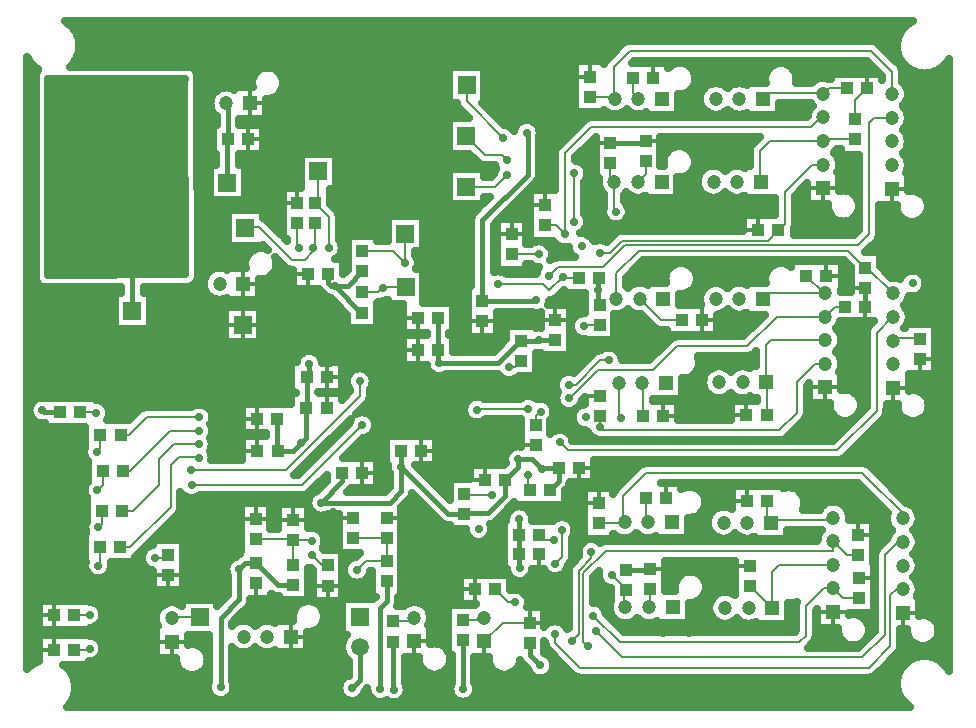
<source format=gbr>
G04 DipTrace 3.2.0.1*
G04 Bottom.gbr*
%MOIN*%
G04 #@! TF.FileFunction,Copper,L2,Bot*
G04 #@! TF.Part,Single*
G04 #@! TA.AperFunction,Conductor*
%ADD13C,0.015748*%
%ADD14C,0.007874*%
G04 #@! TA.AperFunction,CopperBalancing*
%ADD15C,0.011811*%
%ADD17C,0.025*%
%ADD18R,0.059055X0.059055*%
%ADD20R,0.043307X0.03937*%
%ADD23R,0.03937X0.043307*%
G04 #@! TA.AperFunction,ComponentPad*
%ADD28R,0.047244X0.047244*%
%ADD29C,0.047244*%
%ADD33C,0.059055*%
G04 #@! TA.AperFunction,ViaPad*
%ADD49C,0.027559*%
%ADD50C,0.062992*%
%FSLAX26Y26*%
G04*
G70*
G90*
G75*
G01*
G04 Bottom*
%LPD*%
X1008115Y731367D2*
D14*
X918759D1*
X914965Y727573D1*
X2192904Y1655608D2*
D13*
X2149525D1*
X2148070Y1654152D1*
X2139038D1*
X1373581Y1576795D2*
Y1540215D1*
X1364671Y1531304D1*
Y1429291D1*
X1363650Y1428270D1*
X1266337Y1392566D2*
Y1286471D1*
X1267357Y1285451D1*
X1319063D1*
X1344133Y1310521D1*
X1363650Y1428270D2*
Y1330038D1*
X1344133Y1310521D1*
X1678609Y1286549D2*
Y1232970D1*
X1678925Y1232654D1*
X1802026Y1728761D2*
Y1622243D1*
Y1582804D1*
X1806673Y1578157D1*
X1435643Y1875335D2*
Y1846856D1*
X1447178Y1835320D1*
X1457566D1*
X1550226Y1884879D2*
X1500667Y1835320D1*
X1457566D1*
X1549256Y1746786D2*
X1546100D1*
X1457566Y1835320D1*
X2139038Y1654152D2*
X2136718Y1651832D1*
X2079202D1*
X2334012Y1821240D2*
Y1856651D1*
X2338499Y1861138D1*
X2334012Y1821240D2*
Y1779513D1*
X2341017Y1772508D1*
X783823Y1752261D2*
Y1902168D1*
X774056Y1911934D1*
X2079202Y1651832D2*
X2076883D1*
X2003209Y1578157D1*
X1806673D1*
X1481711Y1212307D2*
Y1183875D1*
X1410848Y1113012D1*
X1413333D1*
X1678925Y1232654D2*
Y1150241D1*
X1641696Y1113012D1*
X1413333D1*
X2108142Y645954D2*
Y605395D1*
X2143219Y570318D1*
X1195337Y911161D2*
X1160417D1*
X1140039Y890783D1*
X1320160Y838839D2*
X1267660D1*
X1195337Y911161D1*
X1140039Y890783D2*
Y790433D1*
X1077631Y728025D1*
Y497277D1*
X1885008Y655106D2*
Y493178D1*
X1885928Y492259D1*
X1653672Y650167D2*
Y489950D1*
X1654685D1*
X1541301Y631832D2*
Y520491D1*
X1516198Y495388D1*
X1631176Y850469D2*
Y783949D1*
X1610030Y762803D1*
Y491555D1*
X542828Y1414533D2*
X488984D1*
X483266Y1420251D1*
X1950455Y1784692D2*
X2126378D1*
X2130115Y1788429D1*
X2069320Y1257916D2*
Y1232087D1*
X2025319Y1188085D1*
X2204904Y1229647D2*
X2152425D1*
X2147593Y1224815D1*
X2072482Y1004152D2*
Y941652D1*
X2025319Y1188085D2*
Y1134539D1*
X1968535Y1077756D1*
X1892640D1*
X1890206Y1075322D1*
X1950455Y1784692D2*
Y2055413D1*
X2101550Y2206508D1*
Y2342921D1*
X2098071Y2346400D1*
X1890206Y1075322D2*
X1836257D1*
X1678925Y1232654D1*
X2204904Y1229647D2*
Y1185277D1*
X2174988Y1155361D1*
X2069320Y1257916D2*
X2114492D1*
X2147593Y1224815D1*
X2072482Y1004152D2*
Y896713D1*
X2074138Y895056D1*
X2072916Y1057510D2*
X2072482Y1057076D1*
Y1004152D1*
X1102392Y2324080D2*
Y2438018D1*
X1096345Y2444066D1*
X1100434Y2179336D2*
Y2322122D1*
X1102392Y2324080D1*
X590449Y737077D2*
D14*
X638920D1*
X640739Y738896D1*
X589601Y622235D2*
X636117D1*
X640739Y626857D1*
X1393259Y2044441D2*
Y1967776D1*
X1386997Y1961514D1*
Y1950322D1*
X1359857Y1923181D1*
X1314374D1*
X1207160Y2030395D1*
X1162604D1*
X1160371Y2028163D1*
X1438259Y1961664D2*
Y2066370D1*
X1393259Y2111370D1*
X1403688Y2217677D2*
Y2121799D1*
X1393259Y2111370D1*
X1434311Y903734D2*
X1416781D1*
X1383497Y937017D1*
X2341017Y1705579D2*
X2292669D1*
X2288375Y1701285D1*
X2271570Y1861138D2*
X2221902D1*
X2217484Y1865555D1*
X2002130Y1841651D2*
Y1840625D1*
X2152304D1*
X2172429Y1820500D1*
X2217484Y1865555D1*
X2103781Y1205738D2*
Y1159639D1*
X2108059Y1155361D1*
X2038765Y1563761D2*
X2058060D1*
X2079202Y1584903D1*
X2103192Y1426573D2*
X1935247D1*
X1931684Y1423010D1*
X2139411Y1004152D2*
X2153470Y990093D1*
X2187549D1*
X2313486Y948570D2*
Y927715D1*
X2270824Y885054D1*
Y674900D1*
X2249109Y653185D1*
X1981969Y1137501D2*
X1894955D1*
X1890206Y1142251D1*
X2214592Y1022163D2*
Y1012723D1*
X2215399Y1011916D1*
Y931954D1*
X2193648Y910203D1*
X1885008Y722035D2*
X1948678D1*
X1956440Y729797D1*
X1653672Y717096D2*
X1711062D1*
X1723593Y729627D1*
X1152718Y1842328D2*
Y1707264D1*
X1151594Y1706140D1*
X3193125Y2390697D2*
Y2455234D1*
X3231594Y2493703D1*
X2108142Y712883D2*
X2018266D1*
X1956440Y651056D1*
X2428744Y889857D2*
D13*
X2507034D1*
X2509600Y892423D1*
X2376269Y2312417D2*
X2487639D1*
X2494003Y2318781D1*
D14*
X2578667D1*
X2589038Y2329152D1*
X2651538D1*
X2714038D1*
X3226538Y1829152D2*
D13*
Y1766652D1*
X2440163Y707646D2*
D14*
X2523045D1*
X2551538Y679152D1*
X2639038D1*
X2439230Y509055D2*
X2543941D1*
X2551538Y516652D1*
X2639038D1*
X1549256Y1813715D2*
X1602429D1*
X1617995Y1829281D1*
X1694474Y1832770D2*
X1621484D1*
X1617995Y1829281D1*
X1550226Y1951808D2*
X1653337D1*
X1691782Y1913364D1*
X1692765Y2009818D2*
Y1914346D1*
X1691782Y1913364D1*
X3086689Y2318575D2*
X2908654D1*
X2874428Y2284349D1*
Y2186490D1*
X2878224Y2182693D1*
X3193125Y2323768D2*
X3091882D1*
X3086689Y2318575D1*
Y2476055D2*
Y2477387D1*
X2904298D1*
X2885694Y2458783D1*
X3164665Y2493703D2*
X3104337D1*
X3086689Y2476055D1*
X3092673Y1654686D2*
X2912115D1*
X2896198Y1638769D1*
Y1514627D1*
X2896133Y1514562D1*
X2897256Y1403717D2*
Y1513438D1*
X3092673Y1812167D2*
X2905222D1*
X2885528Y1792472D1*
X3029930Y1869642D2*
X3087406Y1812167D1*
X3092673D1*
X3119765Y1063465D2*
Y1056673D1*
X2922336D1*
X2911668Y1046005D1*
X2899806Y1118639D2*
Y1057867D1*
X2911668Y1046005D1*
X3119765Y905984D2*
X2939873D1*
X2916668Y882780D1*
Y762412D1*
X2916747Y762333D1*
X2841080Y836520D2*
X2842560D1*
X2916747Y762333D1*
X2937075Y2021864D2*
Y2019411D1*
X2958857Y2041193D1*
Y2149262D1*
X3049429Y2239835D1*
X3086689D1*
X2340644Y1945533D2*
X2375150D1*
X2416312Y1986696D1*
X2901907D1*
X2937075Y2021864D1*
X3086689Y2397315D2*
Y2404780D1*
X3046898Y2364988D1*
X2313406D1*
X2226012Y2277594D1*
Y2009327D1*
X2224186Y2007501D1*
X2158983Y2036992D2*
X2194696D1*
X2224186Y2007501D1*
X3092673Y1575946D2*
X3057496D1*
X2997753Y1516203D1*
Y1411147D1*
X2940328Y1353722D1*
X2353685D1*
X2341646Y1365761D1*
X2341315Y1400723D2*
Y1366092D1*
X2341646Y1365761D1*
X3092673Y1733427D2*
X2932455D1*
X2833537Y1634508D1*
X2599035D1*
X2520517Y1555990D1*
X2334638D1*
X2238608Y1459959D1*
Y1462896D1*
X2239552Y1461951D1*
X3159609Y1766652D2*
X3125899D1*
X3092673Y1733427D1*
X3119765Y984724D2*
Y951808D1*
X2360831D1*
X2287093Y878071D1*
Y649701D1*
X2300612Y636182D1*
X3203866Y938165D2*
X3166324D1*
X3119765Y984724D1*
Y827244D2*
X3088043D1*
X3027769Y766970D1*
Y669335D1*
X3005886Y647451D1*
X2408373D1*
X2318969Y736856D1*
X3205110Y795664D2*
X3151345D1*
X3119765Y827244D1*
X743984Y1339445D2*
X771356D1*
X830651Y1398740D1*
X1005164D1*
X1006335Y1397570D1*
X751986Y1219760D2*
X775354D1*
X908514Y1352920D1*
X1005815D1*
X1006037Y1352698D1*
X748550Y1085608D2*
X786740D1*
X871461Y1170328D1*
Y1258718D1*
X920726Y1307983D1*
X1004164D1*
X1004520Y1308339D1*
X742881Y964404D2*
X777109D1*
X910583Y1097878D1*
Y1236982D1*
X938114Y1264513D1*
X1003427D1*
X1004458Y1263482D1*
X2485169Y1402794D2*
Y1510035D1*
X2482904Y1512301D1*
X2451832Y2530014D2*
Y2478301D1*
X2470390Y2459743D1*
X2494929Y1130220D2*
Y1055259D1*
X2502823Y1047365D1*
X2615664Y1721591D2*
X2546339D1*
X2474749Y1793180D1*
X2509600Y825493D2*
Y768134D1*
X2505764Y764298D1*
X1333182Y2043948D2*
Y1968202D1*
X1338442Y1962942D1*
X675951Y964404D2*
Y909573D1*
X669496Y903118D1*
X681621Y1085608D2*
Y1042664D1*
X669496Y1030539D1*
X685056Y1219760D2*
Y1173522D1*
X666462Y1154928D1*
X677055Y1339445D2*
Y1294459D1*
X664945Y1282349D1*
X609757Y1414533D2*
X660182D1*
X662650Y1412066D1*
X2494003Y2251852D2*
Y2207585D1*
X2468860Y2182442D1*
X2048060Y1941126D2*
X2138514D1*
X2138937Y1940703D1*
X2058944Y780600D2*
X2035970D1*
X1992684Y823886D1*
X2144269Y1416038D2*
X2142113D1*
X2129601Y1403526D1*
Y1375134D1*
X2127370Y1372903D1*
X2395546Y2083281D2*
X2388563D1*
Y2183999D1*
X2390119Y2182442D1*
X2376269Y2245488D2*
Y2196293D1*
X2390119Y2182442D1*
X3315808Y2474580D2*
Y2548795D1*
X3244769Y2619835D1*
X2441341D1*
X2388117Y2566610D1*
Y2463276D1*
X2391650Y2459743D1*
X2307567Y2465972D2*
X2385420D1*
X2391650Y2459743D1*
X2256728Y2210799D2*
Y2050345D1*
X2256110Y2049727D1*
X2404164Y1512301D2*
Y1402976D1*
X2410567Y1396573D1*
X3409098Y1658462D2*
Y1660773D1*
X3318756D1*
Y1653234D1*
X3226538Y1896081D2*
X3169106Y1953513D1*
X2472274D1*
X2396009Y1877248D1*
Y1793180D1*
X3226538Y1896081D2*
X3233388D1*
X3318756Y1810714D1*
X2238335Y1506238D2*
X2261596D1*
X2342513Y1587155D1*
X2371580D1*
X3351283Y1060661D2*
X3367917D1*
X3216110Y1212469D1*
X2496747D1*
X2419647Y1135369D1*
Y1051801D1*
X2424083Y1047365D1*
X2338165Y1044329D2*
X2421047D1*
X2424083Y1047365D1*
X2428744Y822928D2*
X2423436D1*
Y764298D1*
X2427024D1*
X2428744Y822928D2*
Y823836D1*
X2381323Y871257D1*
X3315808Y2395840D2*
X3256356D1*
X3239163Y2378647D1*
Y2008010D1*
X3201706Y1970554D1*
X2424564D1*
X2351427Y1897416D1*
X2200636D1*
X2172701Y1869480D1*
X3318756Y1731974D2*
X3316860D1*
X3264038Y1679152D1*
Y1418385D1*
X3132642Y1286988D1*
X2234688D1*
X2207874Y1313802D1*
X3351283Y981921D2*
X3336988D1*
X3292194Y937127D1*
Y672841D1*
X3216304Y596951D1*
X2415529D1*
X2327592Y684888D1*
X3351283Y824441D2*
X3331010D1*
X3310324Y803755D1*
Y635421D1*
X3238188Y563285D1*
X2275310D1*
X2192963Y645631D1*
Y674664D1*
X978167Y1222518D2*
X1294871D1*
X1542392Y1470039D1*
Y1517478D1*
X1541224D1*
X980707Y1170685D2*
X1348365D1*
X1548995Y1371315D1*
X1549588D1*
X1897524Y2505306D2*
Y2450479D1*
X2018349Y2329654D1*
X1896979Y2335433D2*
X1894117D1*
X1958966Y2270584D1*
X2014459D1*
X2031373Y2253671D1*
X1896129Y2166382D2*
X1993530D1*
X2030840Y2203692D1*
X1318864Y989799D2*
X1377655D1*
X1381097Y986357D1*
X1194823Y992951D2*
X1315711D1*
X1318864Y989799D1*
Y907064D1*
X1320160Y905768D1*
X1630720Y995412D2*
X1521083D1*
X1520445Y996050D1*
X1631176Y917398D2*
Y994957D1*
X1630720Y995412D1*
X1631176Y917398D2*
X1560854D1*
X1532302Y888845D1*
X857551Y929364D2*
X893606D1*
X902408Y938165D1*
D49*
X1931684Y1423010D3*
X2103192Y1426573D3*
X1982861Y1506709D3*
D50*
X562930Y2469265D3*
X667533Y2471186D3*
X563672Y2388630D3*
X667533Y2383303D3*
X563672Y2292759D3*
Y2106341D3*
Y2007806D3*
Y1914597D3*
D49*
X2340644Y1945533D3*
D50*
X672858Y1997154D3*
Y1911934D3*
X766067Y2468522D3*
Y2380640D3*
X883244Y2471186D3*
X774056Y1994491D3*
Y1911934D3*
X885907Y1917261D3*
X568997Y2188898D3*
D49*
X1407140Y1730016D3*
X2217484Y1865555D3*
X2172701Y1869480D3*
X2280617Y1968341D3*
X2224186Y2007501D3*
X978167Y1222518D3*
X2214592Y1022163D3*
X2074138Y895056D3*
X2395546Y2083281D3*
X2239552Y1461951D3*
X980707Y1170685D3*
X1541224Y1517478D3*
X1549588Y1371315D3*
X2294033Y1397600D3*
X2341646Y1365761D3*
X2207874Y1313802D3*
X525245Y1779449D3*
X585449Y1778100D3*
X534713Y1575155D3*
X589508D3*
X534713Y1621832D3*
X589508Y1619803D3*
X526594Y1735482D3*
X585449Y1733451D3*
X2410567Y1396573D3*
X2187549Y990093D3*
X2318969Y736856D3*
X2192963Y674664D3*
X2300612Y636182D3*
X2327592Y684888D3*
X2143219Y570318D3*
X2227412Y833008D3*
X2072916Y1057510D3*
X2058944Y780600D3*
X1937395Y1025042D3*
X2144269Y1416038D3*
X2069320Y1257916D3*
X2147593Y1224815D3*
X2281528Y1439791D3*
X2103781Y1205738D3*
X2130115Y1788429D3*
X2139038Y1654152D3*
X2306702Y2052371D3*
X2138937Y1940703D3*
X2288375Y1701285D3*
X1381097Y986357D3*
X1140039Y890783D3*
X1383497Y937017D3*
X1532302Y888845D3*
X1373581Y1576795D3*
X1806673Y1578157D3*
X1344133Y1310521D3*
X1413333Y1113012D3*
X1678925Y1232654D3*
X857551Y929364D3*
X779022Y888220D3*
X1457566Y1835320D3*
X662650Y1412066D3*
X534490Y1462862D3*
X664945Y1282349D3*
X537524Y1332407D3*
X666462Y1154928D3*
X540558Y1204986D3*
X669496Y1030539D3*
X545108Y1079081D3*
X669496Y903118D3*
X546625Y954694D3*
X1006335Y1397570D3*
X1006037Y1352698D3*
X1004520Y1308339D3*
X1004458Y1263482D3*
X1049314Y1261239D3*
X640739Y738896D3*
Y626857D3*
X1338442Y1962942D3*
X1386997Y1961514D3*
X1438259Y1961664D3*
X1691782Y1913364D3*
X1617995Y1829281D3*
X2334012Y1821240D3*
X1376226Y1673874D3*
X1456286Y1583316D3*
X1805433Y1534668D3*
X1578558Y2059469D3*
X1520094Y1279966D3*
X913739Y1453049D3*
X1451454Y1081504D3*
X1023999Y900892D3*
X2018349Y2329654D3*
X2031373Y2253671D3*
X2030840Y2203692D3*
X1041718Y1626997D3*
X2439230Y509055D3*
X2440163Y707646D3*
X1077631Y497277D3*
X1516198Y495388D3*
X1610030Y491555D3*
X1654685Y489950D3*
X1885928Y492259D3*
X483266Y1420251D3*
X3390286Y2359736D3*
X2700404Y1422088D3*
X3384614Y1844282D3*
X2098071Y2346400D3*
X1897252Y1795138D3*
X2002130Y1841651D3*
X1933598Y1241804D3*
X1981969Y1137501D3*
X2381323Y871257D3*
X2256728Y2210799D3*
X2256110Y2049727D3*
X2589038Y2329152D3*
X2651538D3*
X2714038D3*
X2589038Y2404152D3*
X2651538D3*
X2714038D3*
X2193648Y910203D3*
X2313486Y948570D3*
X2249109Y653185D3*
X2238335Y1506238D3*
X2371580Y1587155D3*
X2038765Y1563761D3*
X2551538Y679152D3*
X2639038D3*
X2551538Y516652D3*
X2639038D3*
X590117Y2692552D2*
D17*
X3350676D1*
X604113Y2667684D2*
X3336214D1*
X609567Y2642815D2*
X2414888D1*
X3271205D2*
X3330472D1*
X608059Y2617946D2*
X2390020D1*
X3296072D2*
X3331693D1*
X599196Y2593077D2*
X2365152D1*
X3320940D2*
X3340198D1*
X434685Y2568209D2*
X452022D1*
X579890D2*
X2256136D1*
X2641975D2*
X2912278D1*
X2977205D2*
X3246970D1*
X3345234D2*
X3358929D1*
X3489021D2*
X3502323D1*
X434685Y2543340D2*
X460025D1*
X1000776D2*
X1190915D1*
X1277371D2*
X1836256D1*
X1958812D2*
X2256136D1*
X2659953D2*
X2893332D1*
X2996188D2*
X3271839D1*
X3351478D2*
X3502323D1*
X434685Y2518471D2*
X459344D1*
X1001493D2*
X1180185D1*
X1288101D2*
X1836256D1*
X1958812D2*
X2256136D1*
X2662034D2*
X2890748D1*
X2998736D2*
X3052622D1*
X3351478D2*
X3502323D1*
X434685Y2493602D2*
X459344D1*
X1001566D2*
X1075367D1*
X1285660D2*
X1836256D1*
X1958812D2*
X2256136D1*
X2650803D2*
X2685921D1*
X3367625D2*
X3502323D1*
X434685Y2468734D2*
X459344D1*
X1001638D2*
X1047091D1*
X1266929D2*
X1836256D1*
X1958812D2*
X2256136D1*
X2604512D2*
X2673793D1*
X3370854D2*
X3502323D1*
X434685Y2443865D2*
X459344D1*
X1001709D2*
X1040990D1*
X1230471D2*
X1862487D1*
X1953573D2*
X2256136D1*
X2604512D2*
X2674976D1*
X2941070D2*
X3042251D1*
X3361345D2*
X3502323D1*
X434685Y2418996D2*
X459344D1*
X1001781D2*
X1047306D1*
X1230471D2*
X1879568D1*
X1978441D2*
X2256136D1*
X2604512D2*
X2690909D1*
X2941070D2*
X3035971D1*
X3365831D2*
X3502323D1*
X434685Y2394127D2*
X459344D1*
X1001888D2*
X1062772D1*
X1230471D2*
X1835717D1*
X2003308D2*
X2295034D1*
X3371142D2*
X3502323D1*
X434685Y2369259D2*
X459344D1*
X1001961D2*
X1048992D1*
X1222719D2*
X1835717D1*
X2037650D2*
X2059133D1*
X2137013D2*
X2268230D1*
X3364001D2*
X3502323D1*
X434685Y2344390D2*
X459344D1*
X1002031D2*
X1048992D1*
X1222719D2*
X1835717D1*
X2143543D2*
X2243361D1*
X3363606D2*
X3502323D1*
X434685Y2319521D2*
X459344D1*
X1002104D2*
X1048992D1*
X1222719D2*
X1835717D1*
X2141176D2*
X2218493D1*
X2545446D2*
X2860175D1*
X3371106D2*
X3502323D1*
X434685Y2294652D2*
X459344D1*
X1002176D2*
X1048992D1*
X1222719D2*
X1835717D1*
X2141176D2*
X2195062D1*
X2292499D2*
X2324819D1*
X2545446D2*
X2578592D1*
X2634727D2*
X2840366D1*
X3366190D2*
X3502323D1*
X434685Y2269783D2*
X459344D1*
X1002247D2*
X1060798D1*
X1140042D2*
X1342417D1*
X1464974D2*
X1910320D1*
X2141176D2*
X2190324D1*
X2267631D2*
X2324819D1*
X2545446D2*
X2556344D1*
X2656975D2*
X2838752D1*
X3132764D2*
X3203479D1*
X3360843D2*
X3502323D1*
X434685Y2244915D2*
X459344D1*
X1002354D2*
X1060798D1*
X1140042D2*
X1342417D1*
X1464974D2*
X1935440D1*
X2141176D2*
X2190324D1*
X2285466D2*
X2324819D1*
X2660958D2*
X2838752D1*
X3141806D2*
X3203479D1*
X3370783D2*
X3502323D1*
X434685Y2220046D2*
X459344D1*
X1002427D2*
X1039160D1*
X1161717D2*
X1342417D1*
X1464974D2*
X1834856D1*
X1957412D2*
X1988549D1*
X2141176D2*
X2190324D1*
X2301255D2*
X2324819D1*
X2652094D2*
X2680825D1*
X3138218D2*
X3203479D1*
X3367912D2*
X3502323D1*
X434685Y2195177D2*
X459344D1*
X1002499D2*
X1039160D1*
X1161717D2*
X1342417D1*
X1464974D2*
X1834856D1*
X2139417D2*
X2190324D1*
X2299318D2*
X2324819D1*
X2602969D2*
X2666866D1*
X3142058D2*
X3203479D1*
X3371177D2*
X3502323D1*
X434685Y2170308D2*
X459344D1*
X1002571D2*
X1039160D1*
X1161717D2*
X1342417D1*
X1464974D2*
X1834856D1*
X2120362D2*
X2190324D1*
X2292428D2*
X2336157D1*
X2602969D2*
X2666831D1*
X3142058D2*
X3203479D1*
X3371177D2*
X3502323D1*
X434685Y2145440D2*
X459344D1*
X1002642D2*
X1039160D1*
X1161717D2*
X1281738D1*
X1444699D2*
X1834856D1*
X2095495D2*
X2107539D1*
X2292428D2*
X2349866D1*
X2602969D2*
X2680718D1*
X3004478D2*
X3031307D1*
X3184760D2*
X3203479D1*
X3411512D2*
X3502323D1*
X434685Y2120571D2*
X459344D1*
X1002714D2*
X1039160D1*
X1161717D2*
X1281738D1*
X1444699D2*
X1834856D1*
X2070627D2*
X2107539D1*
X2292428D2*
X2352881D1*
X2424266D2*
X2923188D1*
X2994537D2*
X3031307D1*
X3433222D2*
X3502323D1*
X434685Y2095702D2*
X459344D1*
X1002822D2*
X1281738D1*
X1458371D2*
X1935762D1*
X2045760D2*
X2107539D1*
X2292428D2*
X2351840D1*
X2439230D2*
X2923188D1*
X2994537D2*
X3099522D1*
X3274865D2*
X3328463D1*
X3437025D2*
X3502323D1*
X434685Y2070833D2*
X459344D1*
X1002894D2*
X1099087D1*
X1221643D2*
X1281738D1*
X1473657D2*
X1914196D1*
X2020891D2*
X2107539D1*
X2296123D2*
X2351875D1*
X2439230D2*
X2923188D1*
X2994537D2*
X3109534D1*
X3274865D2*
X3337577D1*
X3427911D2*
X3502323D1*
X434685Y2045965D2*
X459344D1*
X1002965D2*
X1099087D1*
X1241021D2*
X1281738D1*
X1473945D2*
X1631500D1*
X1754056D2*
X1910823D1*
X2099478D2*
X2107570D1*
X2301470D2*
X2371612D1*
X2419457D2*
X2816755D1*
X2994537D2*
X3203479D1*
X3274865D2*
X3502323D1*
X434685Y2021096D2*
X459344D1*
X1003037D2*
X1099087D1*
X1265888D2*
X1281738D1*
X1473945D2*
X1631500D1*
X1754056D2*
X1910823D1*
X2099478D2*
X2107570D1*
X2290740D2*
X2816755D1*
X2990483D2*
X3202833D1*
X3274865D2*
X3502323D1*
X434685Y1996227D2*
X459344D1*
X1003109D2*
X1099087D1*
X1473945D2*
X1498801D1*
X1601656D2*
X1631500D1*
X1754056D2*
X1910823D1*
X2099478D2*
X2107570D1*
X2315895D2*
X2376420D1*
X3272676D2*
X3502323D1*
X434685Y1971358D2*
X459344D1*
X1003180D2*
X1099087D1*
X1482665D2*
X1498801D1*
X1754056D2*
X1910823D1*
X2171642D2*
X2198327D1*
X3251934D2*
X3502323D1*
X434685Y1946490D2*
X459344D1*
X1003287D2*
X1172972D1*
X1481014D2*
X1498801D1*
X1728436D2*
X1910823D1*
X2184056D2*
X2241064D1*
X3277987D2*
X3502323D1*
X434685Y1921621D2*
X459344D1*
X1003360D2*
X1158762D1*
X1489052D2*
X1498801D1*
X1736509D2*
X1910823D1*
X3277987D2*
X3502323D1*
X434685Y1896752D2*
X459344D1*
X1003432D2*
X1158798D1*
X1264740D2*
X1291820D1*
X1489052D2*
X1498801D1*
X1733962D2*
X1910823D1*
X2099478D2*
X2136929D1*
X2464958D2*
X2573138D1*
X2651951D2*
X2905891D1*
X3150274D2*
X3175094D1*
X3282150D2*
X3502323D1*
X434685Y1871883D2*
X459344D1*
X1003503D2*
X1027642D1*
X1250423D2*
X1315324D1*
X1755743D2*
X1910823D1*
X2440091D2*
X2559394D1*
X2665694D2*
X2891609D1*
X3150274D2*
X3175094D1*
X3307017D2*
X3349097D1*
X3420123D2*
X3502323D1*
X434685Y1847014D2*
X462644D1*
X999054D2*
X1018814D1*
X1208079D2*
X1315324D1*
X1755743D2*
X1910823D1*
X2431694D2*
X2559717D1*
X2665371D2*
X2891573D1*
X3150274D2*
X3175094D1*
X3430064D2*
X3502323D1*
X434685Y1822146D2*
X744192D1*
X823437D2*
X1022617D1*
X1208079D2*
X1405430D1*
X1755743D2*
X1899017D1*
X2650588D2*
X2681794D1*
X3150274D2*
X3175094D1*
X3423999D2*
X3502323D1*
X434685Y1797277D2*
X722554D1*
X845110D2*
X1043825D1*
X1208079D2*
X1434962D1*
X1755743D2*
X1899017D1*
X2198626D2*
X2289580D1*
X2608854D2*
X2672895D1*
X3372398D2*
X3502323D1*
X434685Y1772408D2*
X722554D1*
X845110D2*
X1465465D1*
X1600688D2*
X1681702D1*
X1855429D2*
X1899017D1*
X2244343D2*
X2289580D1*
X2608854D2*
X2676627D1*
X3357685D2*
X3502323D1*
X434685Y1747539D2*
X722554D1*
X845110D2*
X1090331D1*
X1212887D2*
X1490332D1*
X1600688D2*
X1681702D1*
X1855429D2*
X1899017D1*
X2001873D2*
X2114214D1*
X2244343D2*
X2289580D1*
X2425198D2*
X2445570D1*
X2758420D2*
X2776421D1*
X3371787D2*
X3502323D1*
X434685Y1722671D2*
X722554D1*
X845110D2*
X1090331D1*
X1212887D2*
X1497832D1*
X1600688D2*
X1681702D1*
X1855429D2*
X1899017D1*
X2001873D2*
X2141487D1*
X2392437D2*
X2495843D1*
X2735992D2*
X2872268D1*
X3373295D2*
X3502323D1*
X434685Y1697802D2*
X722554D1*
X845110D2*
X1090331D1*
X1212887D2*
X1497832D1*
X1600688D2*
X1681702D1*
X1855429D2*
X1899017D1*
X2001873D2*
X2027769D1*
X2130626D2*
X2141487D1*
X2392437D2*
X2520710D1*
X2735992D2*
X2847400D1*
X3134235D2*
X3234088D1*
X3460529D2*
X3502323D1*
X434685Y1672933D2*
X1090331D1*
X1212887D2*
X1762406D1*
X1841650D2*
X1899017D1*
X2001873D2*
X2027769D1*
X2244343D2*
X2253517D1*
X2392437D2*
X2562264D1*
X2735992D2*
X2822533D1*
X3144785D2*
X3228346D1*
X3460529D2*
X3502323D1*
X434685Y1648064D2*
X1090331D1*
X1212887D2*
X1681702D1*
X1855429D2*
X2018117D1*
X2244343D2*
X2563161D1*
X3147619D2*
X3228346D1*
X3460529D2*
X3502323D1*
X434685Y1623196D2*
X1681702D1*
X1855429D2*
X1993249D1*
X2244343D2*
X2345559D1*
X2397568D2*
X2538294D1*
X3137643D2*
X3228346D1*
X3460529D2*
X3502323D1*
X434685Y1598327D2*
X1333841D1*
X1413336D2*
X1681702D1*
X2130626D2*
X2304257D1*
X2415618D2*
X2513427D1*
X2671580D2*
X2860497D1*
X3143062D2*
X3228346D1*
X3460529D2*
X3502323D1*
X434685Y1573458D2*
X1311270D1*
X1484997D2*
X1681702D1*
X2130626D2*
X2279390D1*
X2674881D2*
X2860497D1*
X3147978D2*
X3228346D1*
X3460529D2*
X3502323D1*
X434685Y1548589D2*
X1311270D1*
X1484997D2*
X1508992D1*
X1573451D2*
X1772920D1*
X2130626D2*
X2228255D1*
X2665228D2*
X2695681D1*
X3148050D2*
X3228346D1*
X3460529D2*
X3502323D1*
X434685Y1523720D2*
X1311270D1*
X1484997D2*
X1496146D1*
X1586298D2*
X2020521D1*
X2057028D2*
X2196533D1*
X2617000D2*
X2684091D1*
X3148050D2*
X3228346D1*
X3374121D2*
X3502323D1*
X434685Y1498852D2*
X1311270D1*
X1484997D2*
X1499949D1*
X1582495D2*
X2193446D1*
X2617000D2*
X2685671D1*
X3148050D2*
X3228346D1*
X3374121D2*
X3502323D1*
X434685Y1473983D2*
X1310265D1*
X1483992D2*
X1496899D1*
X1578081D2*
X2195743D1*
X2617000D2*
X2702248D1*
X3199795D2*
X3228346D1*
X3424430D2*
X3502323D1*
X434685Y1449114D2*
X448865D1*
X687041D2*
X1310265D1*
X1570652D2*
X1894962D1*
X2174297D2*
X2195995D1*
X2605517D2*
X2776924D1*
X3212928D2*
X3228346D1*
X3438676D2*
X3502323D1*
X706419Y1424245D2*
X806917D1*
X1042581D2*
X1146024D1*
X1546037D2*
X1886171D1*
X2189009D2*
X2216341D1*
X2605517D2*
X2776924D1*
X3033436D2*
X3106987D1*
X3212211D2*
X3220475D1*
X3299732D2*
X3332698D1*
X3438676D2*
X3502323D1*
X434685Y1399377D2*
X443123D1*
X706274D2*
X781870D1*
X1051839D2*
X1146024D1*
X1584719D2*
X1893240D1*
X2186425D2*
X2248529D1*
X2605517D2*
X2776924D1*
X3031282D2*
X3122453D1*
X3293740D2*
X3346980D1*
X3424394D2*
X3502323D1*
X434685Y1374508D2*
X489415D1*
X1045631D2*
X1146024D1*
X1594982D2*
X2075927D1*
X2178818D2*
X2255239D1*
X3010542D2*
X3170717D1*
X3269589D2*
X3502323D1*
X434685Y1349639D2*
X623657D1*
X1051445D2*
X1146024D1*
X1589240D2*
X2075927D1*
X2234188D2*
X2299269D1*
X2985675D2*
X3145849D1*
X3244722D2*
X3502323D1*
X434685Y1324770D2*
X623657D1*
X1046780D2*
X1147028D1*
X1551886D2*
X1625220D1*
X1798948D2*
X2075927D1*
X2251986D2*
X2326075D1*
X2959047D2*
X3120982D1*
X3219854D2*
X3502323D1*
X434685Y1299902D2*
X623155D1*
X1049219D2*
X1147028D1*
X1527017D2*
X1625220D1*
X1798948D2*
X2057409D1*
X3194987D2*
X3502323D1*
X434685Y1275033D2*
X620033D1*
X1048394D2*
X1147028D1*
X1502150D2*
X1625220D1*
X1798948D2*
X2027339D1*
X3170118D2*
X3502323D1*
X434685Y1250164D2*
X631659D1*
X1602051D2*
X1625220D1*
X1798948D2*
X2024504D1*
X2325226D2*
X3502323D1*
X434685Y1225295D2*
X631659D1*
X1602051D2*
X1634049D1*
X1741282D2*
X1904974D1*
X2325226D2*
X2460138D1*
X3252724D2*
X3502323D1*
X434685Y1200427D2*
X631659D1*
X1602051D2*
X1639287D1*
X1766150D2*
X1904974D1*
X2325226D2*
X2435270D1*
X3277592D2*
X3502323D1*
X434685Y1175558D2*
X626205D1*
X1402678D2*
X1418385D1*
X1602051D2*
X1639287D1*
X1791017D2*
X1838768D1*
X2243230D2*
X2410403D1*
X2615277D2*
X3203587D1*
X3302459D2*
X3502323D1*
X434685Y1150689D2*
X621146D1*
X1377811D2*
X1390035D1*
X1503513D2*
X1624360D1*
X1815886D2*
X1838768D1*
X2228374D2*
X2286745D1*
X2680264D2*
X2779471D1*
X3008999D2*
X3228454D1*
X3327327D2*
X3502323D1*
X434685Y1125820D2*
X628214D1*
X946268D2*
X1369761D1*
X1709381D2*
X1730756D1*
X2228374D2*
X2286745D1*
X2693828D2*
X2779471D1*
X3023604D2*
X3253322D1*
X3352196D2*
X3502323D1*
X434685Y1100951D2*
X628214D1*
X946268D2*
X1143404D1*
X1246260D2*
X1267420D1*
X1684621D2*
X1755623D1*
X2046728D2*
X2286745D1*
X2693361D2*
X2779471D1*
X3023819D2*
X3079966D1*
X3159533D2*
X3278190D1*
X3388008D2*
X3502323D1*
X434685Y1076083D2*
X628214D1*
X938122D2*
X1143404D1*
X1246260D2*
X1267420D1*
X1370311D2*
X1388744D1*
X1682144D2*
X1780491D1*
X2021861D2*
X2031609D1*
X2114227D2*
X2286745D1*
X2678398D2*
X2708205D1*
X3173600D2*
X3298213D1*
X3404370D2*
X3502323D1*
X434685Y1051214D2*
X628214D1*
X913362D2*
X1143404D1*
X1246260D2*
X1267420D1*
X1370311D2*
X1469017D1*
X1682144D2*
X1805360D1*
X1996993D2*
X2019085D1*
X2248828D2*
X2286745D1*
X2636916D2*
X2699091D1*
X3255307D2*
X3296778D1*
X3405806D2*
X3502323D1*
X434685Y1026345D2*
X624159D1*
X888495D2*
X1143404D1*
X1246260D2*
X1267420D1*
X1399486D2*
X1469017D1*
X1682144D2*
X1838768D1*
X1982890D2*
X2019085D1*
X2259916D2*
X2286745D1*
X2636916D2*
X2702608D1*
X3255307D2*
X3308547D1*
X3394000D2*
X3502323D1*
X434685Y1001476D2*
X622545D1*
X863627D2*
X1143404D1*
X1423886D2*
X1469017D1*
X1682144D2*
X1898909D1*
X1975892D2*
X2019085D1*
X2254820D2*
X2286745D1*
X2452829D2*
X2474060D1*
X2636916D2*
X2723169D1*
X2785189D2*
X2801934D1*
X2967050D2*
X3067119D1*
X3255307D2*
X3299648D1*
X3402899D2*
X3502323D1*
X434685Y976608D2*
X622545D1*
X838759D2*
X850983D1*
X953840D2*
X1143404D1*
X1425501D2*
X1469017D1*
X1682144D2*
X2019085D1*
X2251089D2*
X2278349D1*
X3255307D2*
X3282244D1*
X3406381D2*
X3502323D1*
X434685Y951739D2*
X622545D1*
X953840D2*
X1143404D1*
X1682612D2*
X2019085D1*
X2251089D2*
X2268085D1*
X3397194D2*
X3502323D1*
X434685Y926870D2*
X622545D1*
X796272D2*
X812085D1*
X953840D2*
X1114122D1*
X1485751D2*
X1509673D1*
X1682612D2*
X2019085D1*
X2250694D2*
X2263206D1*
X3401033D2*
X3502323D1*
X434685Y902001D2*
X623980D1*
X714995D2*
X821845D1*
X953840D2*
X1096000D1*
X1682612D2*
X2019085D1*
X2561021D2*
X2789663D1*
X3406631D2*
X3502323D1*
X434685Y877133D2*
X632699D1*
X706274D2*
X850983D1*
X953840D2*
X1096718D1*
X1371604D2*
X1382895D1*
X1682612D2*
X2032507D1*
X2115769D2*
X2163627D1*
X2223673D2*
X2235144D1*
X2561021D2*
X2616629D1*
X2670503D2*
X2789663D1*
X3399777D2*
X3502323D1*
X434685Y852264D2*
X850983D1*
X953840D2*
X1100415D1*
X1371604D2*
X1382895D1*
X1485751D2*
X1507161D1*
X1557448D2*
X1579756D1*
X1682612D2*
X1872354D1*
X2046083D2*
X2067134D1*
X2081156D2*
X2235144D1*
X2322785D2*
X2340213D1*
X2561021D2*
X2593520D1*
X2693613D2*
X2789663D1*
X3398736D2*
X3502323D1*
X434685Y827395D2*
X850983D1*
X953840D2*
X1100415D1*
X1371604D2*
X1382895D1*
X1485751D2*
X1579756D1*
X1682612D2*
X1872354D1*
X2046083D2*
X2235144D1*
X2322785D2*
X2375739D1*
X2561021D2*
X2589214D1*
X2697919D2*
X2789663D1*
X3406559D2*
X3502323D1*
X434685Y802526D2*
X1097148D1*
X1246762D2*
X1257444D1*
X1371604D2*
X1382895D1*
X1485751D2*
X1579756D1*
X1682612D2*
X1872354D1*
X2098474D2*
X2235144D1*
X2322785D2*
X2377318D1*
X2689415D2*
X2722416D1*
X3401895D2*
X3502323D1*
X434685Y777657D2*
X470109D1*
X661921D2*
X895516D1*
X934390D2*
X946829D1*
X1177398D2*
X1340479D1*
X1400597D2*
X1480033D1*
X1670268D2*
X1698999D1*
X1748207D2*
X1872354D1*
X2104358D2*
X2235144D1*
X2335130D2*
X2373370D1*
X2639858D2*
X2706160D1*
X2984705D2*
X2993844D1*
X3406667D2*
X3502323D1*
X434685Y752789D2*
X470109D1*
X683954D2*
X865983D1*
X1157411D2*
X1319702D1*
X1421339D2*
X1480033D1*
X1773614D2*
X1833564D1*
X2159584D2*
X2235144D1*
X2361433D2*
X2372940D1*
X2639858D2*
X2704760D1*
X2972110D2*
X2992085D1*
X3406667D2*
X3502323D1*
X434685Y727920D2*
X470109D1*
X684852D2*
X859596D1*
X1132507D2*
X1316329D1*
X1424711D2*
X1480033D1*
X1778925D2*
X1833564D1*
X2159584D2*
X2235144D1*
X2377329D2*
X2386131D1*
X2639858D2*
X2716638D1*
X2972110D2*
X2992085D1*
X3224196D2*
X3256516D1*
X3452348D2*
X3502323D1*
X434685Y703051D2*
X470109D1*
X667052D2*
X865625D1*
X1415131D2*
X1480033D1*
X1778961D2*
X1833564D1*
X2402197D2*
X2992085D1*
X3239375D2*
X3256516D1*
X3470075D2*
X3502323D1*
X434685Y678182D2*
X859596D1*
X1366866D2*
X1480033D1*
X1778961D2*
X1833564D1*
X3063471D2*
X3133433D1*
X3239949D2*
X3248114D1*
X3346022D2*
X3364420D1*
X3472012D2*
X3502323D1*
X434685Y653314D2*
X469283D1*
X677172D2*
X859596D1*
X970346D2*
X1038012D1*
X1366866D2*
X1484088D1*
X1778961D2*
X1833564D1*
X3059344D2*
X3146782D1*
X3346022D2*
X3375795D1*
X3460636D2*
X3502323D1*
X434685Y628445D2*
X469283D1*
X686251D2*
X859596D1*
X1019148D2*
X1038012D1*
X1366866D2*
X1480105D1*
X3345269D2*
X3502323D1*
X434685Y603576D2*
X469283D1*
X679433D2*
X859596D1*
X1117256D2*
X1487245D1*
X2173005D2*
X2185588D1*
X3327902D2*
X3502323D1*
X434685Y578707D2*
X456867D1*
X643010D2*
X928601D1*
X1117256D2*
X1501672D1*
X1693304D2*
X1737718D1*
X1924614D2*
X1970606D1*
X2187933D2*
X2210455D1*
X3303034D2*
X3360436D1*
X3487442D2*
X3502323D1*
X575621Y553839D2*
X941806D1*
X1021983D2*
X1038012D1*
X1117256D2*
X1501672D1*
X1693304D2*
X1752501D1*
X1828517D2*
X1845370D1*
X1924614D2*
X1985534D1*
X2061189D2*
X2100972D1*
X2185457D2*
X2235323D1*
X3278165D2*
X3340915D1*
X589471Y528970D2*
X1038012D1*
X1117256D2*
X1486780D1*
X1693304D2*
X1845370D1*
X1924614D2*
X2128819D1*
X2157610D2*
X3331908D1*
X594818Y504101D2*
X1032665D1*
X1122602D2*
X1471564D1*
X1697827D2*
X1842068D1*
X1929782D2*
X3330294D1*
X593239Y479232D2*
X1036073D1*
X1119194D2*
X1473825D1*
X1558560D2*
X1566323D1*
X1698867D2*
X1842428D1*
X1929423D2*
X3335640D1*
X584268Y454364D2*
X1071993D1*
X1083253D2*
X1500739D1*
X1531682D2*
X1585891D1*
X1681356D2*
X1863060D1*
X1908825D2*
X3349492D1*
X958526Y790143D2*
X1066891D1*
Y769797D1*
X1102916Y805808D1*
X1102917Y869055D1*
X1100287Y874318D1*
X1098201Y880739D1*
X1097144Y887408D1*
Y894159D1*
X1098201Y900828D1*
X1100287Y907249D1*
X1103352Y913265D1*
X1107322Y918727D1*
X1112096Y923501D1*
X1117558Y927471D1*
X1123573Y930535D1*
X1129144Y932382D1*
X1136308Y939390D1*
X1141021Y942814D1*
X1143575Y944243D1*
X1145890Y951236D1*
Y1110782D1*
X1243756D1*
Y1026161D1*
X1269928Y1026136D1*
X1269930Y1107630D1*
X1367797D1*
X1367801Y1027278D1*
X1374366Y1028854D1*
X1381097Y1029385D1*
X1387828Y1028854D1*
X1394394Y1027278D1*
X1400631Y1024694D1*
X1406388Y1021167D1*
X1411522Y1016782D1*
X1415907Y1011648D1*
X1419434Y1005891D1*
X1422018Y999654D1*
X1423594Y993088D1*
X1424125Y986357D1*
X1423594Y979626D1*
X1422018Y973060D1*
X1419434Y966823D1*
X1417469Y963403D1*
X1420185Y959499D1*
X1422714Y954646D1*
X1471535Y954635D1*
X1471512Y1075887D1*
X1435110Y1075890D1*
X1429799Y1073260D1*
X1423378Y1071173D1*
X1416709Y1070117D1*
X1409958D1*
X1403289Y1071173D1*
X1396867Y1073260D1*
X1390852Y1076324D1*
X1385390Y1080294D1*
X1380615Y1085068D1*
X1376646Y1090530D1*
X1373581Y1096546D1*
X1371495Y1102967D1*
X1370438Y1109636D1*
Y1116387D1*
X1371495Y1123056D1*
X1373581Y1129478D1*
X1376646Y1135493D1*
X1380615Y1140955D1*
X1385390Y1145730D1*
X1390852Y1149699D1*
X1396867Y1152764D1*
X1398811Y1153482D1*
X1430804Y1185467D1*
X1430810Y1206184D1*
X1369917Y1145451D1*
X1365703Y1142390D1*
X1361064Y1140026D1*
X1356112Y1138417D1*
X1350969Y1137602D1*
X1284060Y1137500D1*
X1008075D1*
X1003189Y1133997D1*
X997173Y1130933D1*
X990752Y1128846D1*
X984083Y1127790D1*
X977332D1*
X970663Y1128846D1*
X964241Y1130933D1*
X958226Y1133997D1*
X952764Y1137967D1*
X947990Y1142741D1*
X943769Y1148652D1*
X943665Y1095274D1*
X942850Y1090131D1*
X941241Y1085178D1*
X938878Y1080539D1*
X935816Y1076325D1*
X888577Y1028942D1*
X798661Y939171D1*
X794440Y936104D1*
X793782Y930660D1*
Y915471D1*
X710710D1*
X711993Y909849D1*
X712524Y903118D1*
X711993Y896387D1*
X710417Y889822D1*
X707833Y883584D1*
X704306Y877827D1*
X699921Y872693D1*
X694787Y868308D1*
X689030Y864781D1*
X682793Y862197D1*
X676227Y860621D1*
X669496Y860091D1*
X662765Y860621D1*
X656199Y862197D1*
X649962Y864781D1*
X644205Y868308D1*
X639071Y872693D1*
X634686Y877827D1*
X631159Y883584D1*
X628575Y889822D1*
X626999Y896387D1*
X626469Y903118D1*
X626999Y909849D1*
X628306Y915462D1*
X625050Y915471D1*
Y1013337D1*
X630038D1*
X627657Y1020495D1*
X626601Y1027164D1*
Y1033915D1*
X627657Y1040584D1*
X629744Y1047005D1*
X630722Y1049127D1*
X630719Y1130953D1*
X628125Y1135394D1*
X625541Y1141631D1*
X623965Y1148197D1*
X623434Y1154928D1*
X623965Y1161659D1*
X625541Y1168224D1*
X628125Y1174462D1*
X631652Y1180219D1*
X634147Y1183308D1*
X634155Y1252319D1*
X630135Y1257058D1*
X626608Y1262815D1*
X624024Y1269052D1*
X622448Y1275618D1*
X621917Y1282349D1*
X622448Y1289080D1*
X624024Y1295646D1*
X626148Y1300888D1*
X626154Y1365617D1*
X491927Y1365600D1*
Y1377406D1*
X483266Y1377223D1*
X476535Y1377753D1*
X469970Y1379329D1*
X463732Y1381913D1*
X457975Y1385441D1*
X452841Y1389825D1*
X448457Y1394959D1*
X444929Y1400717D1*
X442345Y1406954D1*
X440769Y1413520D1*
X440239Y1420251D1*
X440769Y1426982D1*
X442345Y1433547D1*
X444929Y1439785D1*
X448457Y1445542D1*
X452841Y1450676D1*
X457975Y1455060D1*
X463732Y1458588D1*
X469970Y1461172D1*
X476535Y1462748D1*
X483266Y1463278D1*
X489997Y1462748D1*
X491927Y1462365D1*
Y1463466D1*
X660659D1*
Y1455033D1*
X666025Y1454961D1*
X672694Y1453904D1*
X679115Y1451818D1*
X685131Y1448753D1*
X690593Y1444783D1*
X695367Y1440009D1*
X699337Y1434547D1*
X702402Y1428531D1*
X704488Y1422110D1*
X705545Y1415441D1*
Y1408690D1*
X704488Y1402021D1*
X702402Y1395600D1*
X699337Y1389584D1*
X698538Y1388387D1*
X773356Y1388378D1*
X809098Y1423974D1*
X813312Y1427035D1*
X817951Y1429399D1*
X822904Y1431008D1*
X828047Y1431823D1*
X894955Y1431925D1*
X980395D1*
X986801Y1435907D1*
X993038Y1438491D1*
X999604Y1440067D1*
X1006335Y1440597D1*
X1013066Y1440067D1*
X1019631Y1438491D1*
X1025869Y1435907D1*
X1031626Y1432379D1*
X1036760Y1427995D1*
X1041144Y1422861D1*
X1044672Y1417104D1*
X1047256Y1410866D1*
X1048832Y1404301D1*
X1049362Y1397570D1*
X1048832Y1390839D1*
X1047256Y1384273D1*
X1044672Y1378035D1*
X1042898Y1374902D1*
X1045789Y1369164D1*
X1047875Y1362743D1*
X1048932Y1356073D1*
Y1349323D1*
X1047875Y1342654D1*
X1045789Y1336232D1*
X1042724Y1330217D1*
X1042101Y1329283D1*
X1044272Y1324804D1*
X1046358Y1318383D1*
X1047415Y1311714D1*
Y1304963D1*
X1046358Y1298294D1*
X1044272Y1291873D1*
X1041213Y1285869D1*
X1044210Y1279948D1*
X1046297Y1273526D1*
X1047353Y1266857D1*
Y1260106D1*
X1046747Y1255702D1*
X1149513Y1255703D1*
X1149526Y1334385D1*
X1229211D1*
X1229215Y1343635D1*
X1148507Y1343633D1*
Y1441499D1*
X1312718D1*
X1312748Y1477203D1*
X1327568D1*
X1323709Y1482371D1*
X1313769D1*
Y1580238D1*
X1330671D1*
X1331743Y1586840D1*
X1333829Y1593261D1*
X1336894Y1599277D1*
X1340864Y1604739D1*
X1345638Y1609513D1*
X1351100Y1613483D1*
X1357115Y1616547D1*
X1363537Y1618634D1*
X1370206Y1619690D1*
X1376957D1*
X1383626Y1618634D1*
X1390047Y1616547D1*
X1396063Y1613483D1*
X1401525Y1609513D1*
X1406299Y1604739D1*
X1410269Y1599277D1*
X1413333Y1593261D1*
X1415420Y1586840D1*
X1416469Y1580236D1*
X1482501Y1580238D1*
Y1482371D1*
X1401798D1*
X1404612Y1477203D1*
X1481480D1*
Y1456052D1*
X1509185Y1483764D1*
X1509207Y1488735D1*
X1504537Y1494996D1*
X1501472Y1501012D1*
X1499386Y1507433D1*
X1498329Y1514102D1*
Y1520853D1*
X1499386Y1527522D1*
X1501472Y1533944D1*
X1504537Y1539959D1*
X1508507Y1545421D1*
X1513281Y1550196D1*
X1518743Y1554165D1*
X1524759Y1557230D1*
X1531180Y1559316D1*
X1537849Y1560373D1*
X1544600D1*
X1551269Y1559316D1*
X1557690Y1557230D1*
X1563706Y1554165D1*
X1569168Y1550196D1*
X1573942Y1545421D1*
X1577912Y1539959D1*
X1580976Y1533944D1*
X1583063Y1527522D1*
X1584119Y1520853D1*
Y1514102D1*
X1583063Y1507433D1*
X1580976Y1501012D1*
X1577912Y1494996D1*
X1575585Y1491617D1*
X1575475Y1467436D1*
X1574660Y1462293D1*
X1573051Y1457340D1*
X1570688Y1452701D1*
X1567626Y1448487D1*
X1527568Y1408285D1*
X1533122Y1411067D1*
X1539543Y1413154D1*
X1546213Y1414210D1*
X1552963D1*
X1559633Y1413154D1*
X1566054Y1411067D1*
X1572070Y1408003D1*
X1577531Y1404033D1*
X1582306Y1399259D1*
X1586276Y1393797D1*
X1589340Y1387781D1*
X1591427Y1381360D1*
X1592483Y1374690D1*
Y1367940D1*
X1591427Y1361270D1*
X1589340Y1354849D1*
X1586276Y1348833D1*
X1582306Y1343371D1*
X1577531Y1338597D1*
X1572070Y1334627D1*
X1566054Y1331563D1*
X1559633Y1329476D1*
X1552972Y1328362D1*
X1485928Y1261240D1*
X1599542D1*
Y1163374D1*
X1512652D1*
X1509940Y1159766D1*
X1500475Y1150140D1*
X1626306Y1150134D1*
X1641810Y1165625D1*
X1641803Y1210921D1*
X1639173Y1216188D1*
X1637087Y1222609D1*
X1636030Y1229278D1*
Y1236029D1*
X1636218Y1237615D1*
X1627707D1*
Y1335482D1*
X1796440D1*
Y1237615D1*
X1726458D1*
X1841255Y1122823D1*
X1841273Y1193152D1*
X1907479D1*
X1907488Y1237018D1*
X2021749D1*
X2028630Y1243895D1*
X2026823Y1251185D1*
X2026293Y1257916D1*
X2026823Y1264647D1*
X2028399Y1271213D1*
X2030983Y1277450D1*
X2034510Y1283207D1*
X2038895Y1288341D1*
X2044029Y1292726D1*
X2049786Y1296253D1*
X2056024Y1298837D1*
X2062589Y1300413D1*
X2069320Y1300944D1*
X2076051Y1300413D1*
X2078446Y1299937D1*
X2078437Y1391365D1*
X2075633Y1393388D1*
X1962920D1*
X1956975Y1388201D1*
X1951218Y1384673D1*
X1944980Y1382089D1*
X1938415Y1380513D1*
X1931684Y1379983D1*
X1924953Y1380513D1*
X1918387Y1382089D1*
X1912150Y1384673D1*
X1906392Y1388201D1*
X1901259Y1392585D1*
X1896874Y1397719D1*
X1893346Y1403476D1*
X1890762Y1409714D1*
X1889186Y1416280D1*
X1888656Y1423010D1*
X1889186Y1429741D1*
X1890762Y1436307D1*
X1893346Y1442545D1*
X1896874Y1448302D1*
X1901259Y1453436D1*
X1906392Y1457820D1*
X1912150Y1461348D1*
X1918387Y1463932D1*
X1924953Y1465508D1*
X1931684Y1466038D1*
X1938415Y1465508D1*
X1944980Y1463932D1*
X1951218Y1461348D1*
X1954062Y1459756D1*
X2075803Y1459759D1*
X2080710Y1463261D1*
X2086726Y1466325D1*
X2093147Y1468412D1*
X2099816Y1469469D1*
X2106567D1*
X2113236Y1468412D1*
X2119657Y1466325D1*
X2125673Y1463261D1*
X2131135Y1459291D1*
X2133007Y1457563D1*
X2137538Y1458535D1*
X2144269Y1459066D1*
X2151000Y1458535D1*
X2157566Y1456959D1*
X2163803Y1454375D1*
X2169560Y1450848D1*
X2174694Y1446463D1*
X2179079Y1441329D1*
X2182606Y1435572D1*
X2185190Y1429335D1*
X2186766Y1422769D1*
X2187297Y1416038D1*
X2186766Y1409307D1*
X2185190Y1402741D1*
X2182606Y1396504D1*
X2179079Y1390747D1*
X2176298Y1387348D1*
X2176303Y1343029D1*
X2179930Y1346520D1*
X2185392Y1350490D1*
X2191408Y1353554D1*
X2197829Y1355640D1*
X2204499Y1356697D1*
X2211249D1*
X2217919Y1355640D1*
X2224340Y1353554D1*
X2230356Y1350490D1*
X2235818Y1346520D1*
X2240592Y1341745D1*
X2244562Y1336283D1*
X2247626Y1330268D1*
X2249713Y1323846D1*
X2250413Y1320178D1*
X3118909Y1320173D1*
X3230844Y1432122D1*
X3230955Y1681756D1*
X3231770Y1686899D1*
X3233379Y1691852D1*
X3235743Y1696491D1*
X3238804Y1700705D1*
X3255671Y1717715D1*
X3143156Y1717719D1*
X3139781Y1709424D1*
X3135446Y1702350D1*
X3130058Y1696042D1*
X3127927Y1694071D1*
X3132875Y1689022D1*
X3137752Y1682311D1*
X3141518Y1674919D1*
X3144083Y1667029D1*
X3145381Y1658835D1*
Y1650538D1*
X3144083Y1642344D1*
X3141518Y1634454D1*
X3137752Y1627062D1*
X3132875Y1620350D1*
X3127927Y1615331D1*
X3132875Y1610282D1*
X3137752Y1603571D1*
X3141518Y1596178D1*
X3144083Y1588289D1*
X3145381Y1580094D1*
Y1571798D1*
X3144083Y1563604D1*
X3141518Y1555714D1*
X3138727Y1550062D1*
X3145543Y1550076D1*
Y1488219D1*
X3151467Y1489512D1*
X3159602Y1490152D1*
X3167738Y1489512D1*
X3175672Y1487608D1*
X3183210Y1484484D1*
X3190168Y1480220D1*
X3196373Y1474921D1*
X3201672Y1468717D1*
X3205936Y1461759D1*
X3209059Y1454220D1*
X3210963Y1446286D1*
X3211604Y1438151D1*
X3210963Y1430016D1*
X3209059Y1422081D1*
X3205936Y1414543D1*
X3201672Y1407585D1*
X3196373Y1401381D1*
X3190168Y1396081D1*
X3183210Y1391818D1*
X3175672Y1388694D1*
X3167738Y1386790D1*
X3159602Y1386150D1*
X3151467Y1386790D1*
X3143533Y1388694D1*
X3135995Y1391818D1*
X3129037Y1396081D1*
X3122832Y1401381D1*
X3117533Y1407585D1*
X3113269Y1414543D1*
X3110146Y1422081D1*
X3108241Y1430016D1*
X3107601Y1438151D1*
X3108010Y1444337D1*
X3039803Y1444336D1*
Y1511318D1*
X3030949Y1502469D1*
X3030836Y1408543D1*
X3030021Y1403400D1*
X3028412Y1398448D1*
X3026049Y1393808D1*
X3022987Y1389594D1*
X2975748Y1342211D1*
X2961881Y1328488D1*
X2957667Y1325427D1*
X2953028Y1323063D1*
X2948075Y1321454D1*
X2942932Y1320639D1*
X2876024Y1320537D1*
X2351081Y1320639D1*
X2345938Y1321454D1*
X2341646Y1322734D1*
X2334915Y1323264D1*
X2328349Y1324840D1*
X2322112Y1327424D1*
X2316354Y1330951D1*
X2311220Y1335336D1*
X2306836Y1340470D1*
X2303308Y1346227D1*
X2301697Y1349828D1*
X2292382Y1349822D1*
Y1354594D1*
X2287302Y1355102D1*
X2280736Y1356678D1*
X2274499Y1359262D1*
X2268741Y1362790D1*
X2263608Y1367175D1*
X2259223Y1372308D1*
X2255696Y1378066D1*
X2253112Y1384303D1*
X2251535Y1390869D1*
X2251005Y1397600D1*
X2251535Y1404331D1*
X2253112Y1410896D1*
X2255696Y1417134D1*
X2259223Y1422891D1*
X2260293Y1424248D1*
X2256018Y1422199D1*
X2249597Y1420113D1*
X2242928Y1419056D1*
X2236177D1*
X2229508Y1420113D1*
X2223087Y1422199D1*
X2217071Y1425264D1*
X2211609Y1429234D1*
X2206835Y1434008D1*
X2202865Y1439470D1*
X2199801Y1445486D1*
X2197714Y1451907D1*
X2196657Y1458576D1*
Y1465327D1*
X2197714Y1471996D1*
X2199801Y1478417D1*
X2202085Y1483039D1*
X2198583Y1489772D1*
X2196496Y1496193D1*
X2195440Y1502862D1*
Y1509613D1*
X2196496Y1516282D1*
X2198583Y1522703D1*
X2201647Y1528719D1*
X2205617Y1534181D1*
X2210391Y1538955D1*
X2215853Y1542925D1*
X2221869Y1545990D1*
X2228290Y1548076D1*
X2234959Y1549133D1*
X2241710D1*
X2248379Y1548076D1*
X2254516Y1546094D1*
X2320961Y1612388D1*
X2325175Y1615450D1*
X2329814Y1617814D1*
X2334766Y1619423D1*
X2339909Y1620238D1*
X2344199Y1620340D1*
X2349098Y1623843D1*
X2355114Y1626907D1*
X2361535Y1628993D1*
X2368205Y1630050D1*
X2374955D1*
X2381625Y1628993D1*
X2388046Y1626907D1*
X2394062Y1623843D1*
X2399524Y1619873D1*
X2404298Y1615098D1*
X2408268Y1609636D1*
X2411332Y1603621D1*
X2413419Y1597199D1*
X2414475Y1590530D1*
X2414529Y1589172D1*
X2506774Y1589175D1*
X2577483Y1659741D1*
X2581697Y1662803D1*
X2586336Y1665167D1*
X2591289Y1666776D1*
X2596432Y1667591D1*
X2663340Y1667693D1*
X2819759D1*
X2891699Y1739601D1*
X2832657Y1739602D1*
Y1746385D1*
X2827020Y1743627D1*
X2819130Y1741063D1*
X2810936Y1739765D1*
X2802639D1*
X2794445Y1741063D1*
X2786555Y1743627D1*
X2779163Y1747394D1*
X2772451Y1752270D1*
X2767432Y1757219D1*
X2762383Y1752270D1*
X2755672Y1747394D1*
X2748280Y1743627D1*
X2740390Y1741063D1*
X2733500Y1739920D1*
X2733495Y1672657D1*
X2564762D1*
Y1688411D1*
X2543735Y1688508D1*
X2538592Y1689323D1*
X2533639Y1690932D1*
X2529000Y1693295D1*
X2524786Y1696357D1*
X2480371Y1740626D1*
X2474749Y1740310D1*
X2466479Y1740961D1*
X2458412Y1742898D1*
X2450747Y1746072D1*
X2443673Y1750407D1*
X2437365Y1755795D1*
X2435394Y1757927D1*
X2430345Y1752978D1*
X2423634Y1748101D1*
X2416241Y1744335D1*
X2408352Y1741770D1*
X2400157Y1740472D1*
X2391861D1*
X2389945Y1740699D1*
X2389950Y1654677D1*
X2292084D1*
Y1658445D1*
X2285000Y1658390D1*
X2278331Y1659446D1*
X2271909Y1661533D1*
X2265894Y1664597D1*
X2260432Y1668567D1*
X2255657Y1673341D1*
X2251688Y1678803D1*
X2248623Y1684819D1*
X2246537Y1691240D1*
X2245480Y1697909D1*
Y1704660D1*
X2246537Y1711329D1*
X2248623Y1717751D1*
X2251688Y1723766D1*
X2255657Y1729228D1*
X2260432Y1734003D1*
X2265894Y1737972D1*
X2271909Y1741037D1*
X2278331Y1743123D1*
X2285000Y1744180D1*
X2292079Y1744140D1*
X2292084Y1811568D1*
X2285726Y1812205D1*
X2220668D1*
Y1821786D1*
X2193982Y1795266D1*
X2189768Y1792205D1*
X2185129Y1789841D1*
X2180176Y1788232D1*
X2175022Y1787417D1*
X2173010Y1785054D1*
X2171954Y1778385D1*
X2170411Y1773437D1*
X2241837Y1773438D1*
Y1604706D1*
X2143971D1*
Y1611416D1*
X2139038Y1611125D1*
X2132307Y1611655D1*
X2128143Y1612554D1*
X2128135Y1534001D1*
X2072766D1*
X2068306Y1532198D1*
X2061247Y1527073D1*
X2055231Y1524009D1*
X2048810Y1521923D1*
X2042140Y1520866D1*
X2035390D1*
X2028720Y1521923D1*
X2022299Y1524009D1*
X2016283Y1527073D1*
X2010822Y1531043D1*
X2006047Y1535818D1*
X2002247Y1541028D1*
X1828417Y1541035D1*
X1823139Y1538406D1*
X1816718Y1536319D1*
X1810049Y1535262D1*
X1803298D1*
X1796629Y1536319D1*
X1790207Y1538406D1*
X1784192Y1541470D1*
X1778730Y1545440D1*
X1773955Y1550214D1*
X1769986Y1555676D1*
X1766921Y1561692D1*
X1764835Y1568113D1*
X1763954Y1573301D1*
X1684196Y1573310D1*
Y1671176D1*
X1764899D1*
X1764904Y1679837D1*
X1684196Y1679828D1*
Y1773995D1*
X1635698D1*
Y1790035D1*
X1628039Y1787442D1*
X1621252Y1786382D1*
X1617495Y1784147D1*
X1612684Y1782155D1*
X1607621Y1780938D1*
X1602419Y1780530D1*
X1598189Y1779315D1*
Y1695885D1*
X1500323D1*
Y1740058D1*
X1446697Y1793690D1*
X1441100Y1795568D1*
X1435084Y1798633D1*
X1429592Y1802629D1*
X1425358Y1805287D1*
X1420921Y1809079D1*
X1407415Y1822747D1*
X1405604Y1825045D1*
X1403867Y1826402D1*
X1317812D1*
Y1889996D1*
X1311770Y1890098D1*
X1306627Y1890913D1*
X1301675Y1892522D1*
X1297035Y1894886D1*
X1292822Y1897948D1*
X1258455Y1932169D1*
X1261230Y1925327D1*
X1263134Y1917392D1*
X1263774Y1909257D1*
X1263134Y1901122D1*
X1261230Y1893188D1*
X1258106Y1885650D1*
X1253843Y1878692D1*
X1248543Y1872487D1*
X1242339Y1867188D1*
X1235381Y1862924D1*
X1227843Y1859801D1*
X1219908Y1857896D1*
X1211773Y1857256D1*
X1205587Y1857665D1*
X1205588Y1789458D1*
X1099848D1*
Y1796226D1*
X1094210Y1793483D1*
X1086320Y1790919D1*
X1078126Y1789621D1*
X1069829D1*
X1061635Y1790919D1*
X1053745Y1793483D1*
X1046353Y1797249D1*
X1039642Y1802126D1*
X1033776Y1807992D1*
X1028899Y1814703D1*
X1025133Y1822096D1*
X1022568Y1829986D1*
X1021270Y1838180D1*
Y1846476D1*
X1022568Y1854671D1*
X1025133Y1862560D1*
X1028899Y1869953D1*
X1033776Y1876664D1*
X1039642Y1882530D1*
X1046353Y1887407D1*
X1053745Y1891173D1*
X1061635Y1893738D1*
X1069829Y1895035D1*
X1078126D1*
X1086320Y1893738D1*
X1094210Y1891173D1*
X1099862Y1888382D1*
X1099848Y1895198D1*
X1161705D1*
X1160412Y1901122D1*
X1159772Y1909257D1*
X1160412Y1917392D1*
X1162316Y1925327D1*
X1165440Y1932865D1*
X1169703Y1939823D1*
X1175003Y1946028D1*
X1181207Y1951327D1*
X1188165Y1955591D1*
X1195703Y1958714D1*
X1203638Y1960618D1*
X1211773Y1961259D1*
X1219908Y1960618D1*
X1227843Y1958714D1*
X1234730Y1955891D1*
X1219126Y1971499D1*
X1219147Y1969387D1*
X1101596D1*
Y2086938D1*
X1219147D1*
Y2061353D1*
X1224499Y2058690D1*
X1228713Y2055629D1*
X1276096Y2008390D1*
X1284240Y2000245D1*
X1284249Y2161778D1*
X1344327D1*
X1344325Y2162272D1*
X1344936D1*
X1344912Y2276453D1*
X1462463D1*
Y2158902D1*
X1442189D1*
X1442192Y2109343D1*
X1463492Y2087923D1*
X1466554Y2083709D1*
X1468917Y2079070D1*
X1470526Y2074117D1*
X1471341Y2068974D1*
X1471444Y2002066D1*
Y1989039D1*
X1474946Y1984146D1*
X1478010Y1978130D1*
X1480097Y1971709D1*
X1481154Y1965039D1*
Y1958289D1*
X1480097Y1951619D1*
X1478010Y1945198D1*
X1474946Y1939182D1*
X1470976Y1933720D1*
X1466202Y1928946D1*
X1460740Y1924976D1*
X1459462Y1924261D1*
X1486545Y1924268D1*
Y1873707D1*
X1501289Y1888441D1*
X1501293Y2002710D1*
X1599159D1*
Y1985018D1*
X1634016Y1984993D1*
X1633990Y2068593D1*
X1751541D1*
Y1951042D1*
X1725955D1*
X1725950Y1939521D1*
X1730119Y1932898D1*
X1732703Y1926660D1*
X1734280Y1920094D1*
X1734810Y1913364D1*
X1734280Y1906633D1*
X1732703Y1900067D1*
X1730119Y1893829D1*
X1728837Y1891538D1*
X1753249Y1891546D1*
Y1777681D1*
X1852928Y1777694D1*
Y1679828D1*
X1839113D1*
X1839148Y1671167D1*
X1852928Y1671176D1*
Y1615304D1*
X1987853Y1615280D1*
X2030269Y1657718D1*
Y1702734D1*
X2128135D1*
Y1695808D1*
X2135663Y1697047D1*
X2142413D1*
X2143974Y1696862D1*
X2143971Y1747688D1*
X2136846Y1745932D1*
X2130115Y1745402D1*
X2123385Y1745932D1*
X2116659Y1747567D1*
X1999383Y1747570D1*
X1999388Y1666861D1*
X1901522D1*
Y1835593D1*
X1913328D1*
X1913448Y2058325D1*
X1914360Y2064079D1*
X1916159Y2069619D1*
X1918803Y2074810D1*
X1922227Y2079522D1*
X1950164Y2107621D1*
X1837353Y2107606D1*
Y2225157D1*
X1954904D1*
Y2199572D1*
X1979774Y2199567D1*
X1988004Y2207786D1*
X1989001Y2213736D1*
X1991088Y2220157D1*
X1994152Y2226173D1*
X1996087Y2229055D1*
X1993035Y2234136D1*
X1991552Y2237390D1*
X1956362Y2237501D1*
X1951219Y2238316D1*
X1946266Y2239925D1*
X1941627Y2242289D1*
X1937413Y2245350D1*
X1905940Y2276680D1*
X1838203Y2276657D1*
Y2394209D1*
X1906850D1*
X1872290Y2428927D1*
X1869228Y2433140D1*
X1866865Y2437780D1*
X1865256Y2442732D1*
X1864436Y2446530D1*
X1838748D1*
Y2564081D1*
X1956299D1*
Y2446530D1*
X1948369D1*
X2022459Y2372474D1*
X2028394Y2371492D1*
X2034815Y2369406D1*
X2040831Y2366341D1*
X2046293Y2362371D1*
X2051067Y2357597D1*
X2055352Y2351571D1*
X2056232Y2356445D1*
X2058319Y2362866D1*
X2061383Y2368882D1*
X2065353Y2374344D1*
X2070127Y2379118D1*
X2075589Y2383088D1*
X2081605Y2386152D1*
X2088026Y2388239D1*
X2094696Y2389295D1*
X2101446D1*
X2108115Y2388239D1*
X2114537Y2386152D1*
X2120552Y2383088D1*
X2126014Y2379118D1*
X2130789Y2374344D1*
X2134759Y2368882D1*
X2137823Y2362866D1*
X2139909Y2356445D1*
X2140966Y2349776D1*
Y2343025D1*
X2139909Y2336356D1*
X2138668Y2332224D1*
X2138558Y2203596D1*
X2137646Y2197843D1*
X2135846Y2192302D1*
X2133202Y2187112D1*
X2129778Y2182399D1*
X2095320Y2147780D1*
X2006487Y2058946D1*
X2096993Y2058957D1*
Y1974336D1*
X2112042Y1974311D1*
X2116455Y1977391D1*
X2122471Y1980455D1*
X2128892Y1982542D1*
X2135562Y1983598D1*
X2142312D1*
X2148982Y1982542D1*
X2155403Y1980455D1*
X2161419Y1977391D1*
X2166881Y1973421D1*
X2171655Y1968647D1*
X2175625Y1963185D1*
X2178689Y1957169D1*
X2180776Y1950748D1*
X2181832Y1944079D1*
Y1937328D1*
X2180776Y1930659D1*
X2178689Y1924238D1*
X2177171Y1920882D1*
X2181131Y1924264D1*
X2185571Y1926984D1*
X2190382Y1928976D1*
X2195445Y1930193D1*
X2200647Y1930601D1*
X2259953D1*
X2255325Y1933531D1*
X2250192Y1937916D1*
X2245807Y1943050D1*
X2242280Y1948807D1*
X2239696Y1955045D1*
X2238119Y1961610D1*
X2237656Y1966640D1*
X2230917Y1965004D1*
X2224186Y1964474D1*
X2217455Y1965004D1*
X2210890Y1966580D1*
X2204652Y1969164D1*
X2198895Y1972692D1*
X2193761Y1977076D1*
X2189377Y1982210D1*
X2186900Y1986091D1*
X2110050D1*
Y2154823D1*
X2192820D1*
X2192929Y2280198D1*
X2193744Y2285341D1*
X2195353Y2290294D1*
X2197717Y2294933D1*
X2200778Y2299147D1*
X2248017Y2346530D1*
X2291853Y2390222D1*
X2296067Y2393283D1*
X2300706Y2395647D1*
X2305659Y2397256D1*
X2310802Y2398071D1*
X2377710Y2398173D1*
X3033135D1*
X3033982Y2401463D1*
X3035280Y2409657D1*
X3037844Y2417547D1*
X3041610Y2424940D1*
X3046487Y2431651D1*
X3051436Y2436671D1*
X3046487Y2441719D1*
X3044529Y2444202D1*
X2938594D1*
X2938564Y2405913D1*
X2832824D1*
Y2412696D1*
X2827186Y2409938D1*
X2819297Y2407374D1*
X2811102Y2406076D1*
X2802806D1*
X2794612Y2407374D1*
X2786722Y2409938D1*
X2779329Y2413705D1*
X2772618Y2418581D1*
X2767598Y2423530D1*
X2762550Y2418581D1*
X2755839Y2413705D1*
X2748446Y2409938D1*
X2740556Y2407374D1*
X2732362Y2406076D1*
X2724066D1*
X2715871Y2407374D1*
X2707982Y2409938D1*
X2700589Y2413705D1*
X2693878Y2418581D1*
X2688012Y2424448D1*
X2683135Y2431159D1*
X2679369Y2438551D1*
X2676804Y2446441D1*
X2675507Y2454635D1*
Y2462932D1*
X2676804Y2471126D1*
X2679369Y2479016D1*
X2683135Y2486408D1*
X2688012Y2493119D1*
X2693878Y2498986D1*
X2700589Y2503862D1*
X2707982Y2507629D1*
X2715871Y2510193D1*
X2724066Y2511491D1*
X2732362D1*
X2740556Y2510193D1*
X2748446Y2507629D1*
X2755839Y2503862D1*
X2762550Y2498986D1*
X2767570Y2494037D1*
X2772618Y2498986D1*
X2779329Y2503862D1*
X2786722Y2507629D1*
X2794612Y2510193D1*
X2802806Y2511491D1*
X2811102D1*
X2819297Y2510193D1*
X2827186Y2507629D1*
X2832839Y2504837D1*
X2832824Y2511654D1*
X2894652D1*
X2893388Y2517577D1*
X2892748Y2525713D1*
X2893388Y2533848D1*
X2895293Y2541782D1*
X2898416Y2549320D1*
X2902680Y2556278D1*
X2907979Y2562483D1*
X2914184Y2567782D1*
X2921142Y2572046D1*
X2928680Y2575169D1*
X2936614Y2577073D1*
X2944749Y2577714D1*
X2952885Y2577073D1*
X2960819Y2575169D1*
X2968357Y2572046D1*
X2975315Y2567782D1*
X2981520Y2562483D1*
X2986819Y2556278D1*
X2991083Y2549320D1*
X2994206Y2541782D1*
X2996110Y2533848D1*
X2996751Y2525713D1*
X2996110Y2517577D1*
X2994470Y2510580D1*
X3046651Y2510572D1*
X3052353Y2516257D1*
X3059064Y2521134D1*
X3066457Y2524900D1*
X3074346Y2527465D1*
X3082541Y2528762D1*
X3090837D1*
X3099031Y2527465D1*
X3101734Y2526786D1*
X3113774Y2526888D1*
X3113764Y2542636D1*
X3275033D1*
X3231014Y2586659D1*
X2455066Y2586650D1*
X2447375Y2578937D1*
X2569663Y2578948D1*
Y2561601D1*
X2574413Y2566214D1*
X2581014Y2571010D1*
X2588285Y2574715D1*
X2596046Y2577236D1*
X2604105Y2578513D1*
X2612265D1*
X2620324Y2577236D1*
X2628085Y2574715D1*
X2635356Y2571010D1*
X2641957Y2566214D1*
X2647727Y2560444D1*
X2652524Y2553843D1*
X2656228Y2546572D1*
X2658749Y2538811D1*
X2660026Y2530752D1*
Y2522592D1*
X2658749Y2514533D1*
X2656228Y2506772D1*
X2652524Y2499501D1*
X2647727Y2492900D1*
X2641957Y2487130D1*
X2635356Y2482333D1*
X2628085Y2478629D1*
X2620324Y2476108D1*
X2612265Y2474831D1*
X2604105D1*
X2601999Y2475080D1*
X2602000Y2406873D1*
X2496260D1*
Y2413655D1*
X2490622Y2410898D1*
X2482732Y2408333D1*
X2474538Y2407035D1*
X2466241D1*
X2458047Y2408333D1*
X2450157Y2410898D1*
X2442765Y2414664D1*
X2436054Y2419541D1*
X2431034Y2424490D1*
X2425986Y2419541D1*
X2419274Y2414664D1*
X2411882Y2410898D1*
X2403992Y2408333D1*
X2395798Y2407035D1*
X2387501D1*
X2379307Y2408333D1*
X2371417Y2410898D1*
X2364025Y2414664D1*
X2357314Y2419541D1*
X2356492Y2420299D1*
X2356500Y2415071D1*
X2258634D1*
Y2583803D1*
X2356500D1*
X2356556Y2576865D1*
X2358549Y2581676D1*
X2361269Y2586115D1*
X2364659Y2590083D1*
X2419789Y2645068D1*
X2424003Y2648130D1*
X2428642Y2650493D1*
X2433594Y2652102D1*
X2438738Y2652917D1*
X2505646Y2653020D1*
X3247373Y2652917D1*
X3252516Y2652102D1*
X3257469Y2650493D1*
X3262108Y2648130D1*
X3266322Y2645068D1*
X3313705Y2597829D1*
X3341042Y2570348D1*
X3344104Y2566134D1*
X3346467Y2561495D1*
X3348076Y2556542D1*
X3348891Y2551399D1*
X3348993Y2515745D1*
X3353193Y2511965D1*
X3358581Y2505656D1*
X3362916Y2498583D1*
X3366091Y2490917D1*
X3368028Y2482850D1*
X3368678Y2474580D1*
X3368028Y2466310D1*
X3366091Y2458243D1*
X3362916Y2450577D1*
X3358581Y2443504D1*
X3353193Y2437196D1*
X3351062Y2435224D1*
X3356010Y2430176D1*
X3360887Y2423465D1*
X3364654Y2416072D1*
X3367218Y2408182D1*
X3368516Y2399988D1*
Y2391692D1*
X3367218Y2383497D1*
X3364654Y2375608D1*
X3360887Y2368215D1*
X3356010Y2361504D1*
X3351062Y2356484D1*
X3356010Y2351436D1*
X3360887Y2344724D1*
X3364654Y2337332D1*
X3367218Y2329442D1*
X3368516Y2321248D1*
Y2312951D1*
X3367218Y2304757D1*
X3364654Y2296867D1*
X3360887Y2289475D1*
X3356010Y2282764D1*
X3351062Y2277744D1*
X3356010Y2272696D1*
X3360887Y2265984D1*
X3364654Y2258592D1*
X3367218Y2250702D1*
X3368516Y2242508D1*
Y2234211D1*
X3367218Y2226017D1*
X3364654Y2218127D1*
X3361862Y2212475D1*
X3368678Y2212490D1*
Y2150633D1*
X3374602Y2151925D1*
X3382738Y2152566D1*
X3390873Y2151925D1*
X3398807Y2150021D1*
X3406345Y2146898D1*
X3413303Y2142634D1*
X3419508Y2137335D1*
X3424807Y2131130D1*
X3429071Y2124172D1*
X3432194Y2116634D1*
X3434098Y2108699D1*
X3434739Y2100564D1*
X3434098Y2092429D1*
X3432194Y2084495D1*
X3429071Y2076957D1*
X3424807Y2069999D1*
X3419508Y2063794D1*
X3413303Y2058495D1*
X3406345Y2054231D1*
X3398807Y2051108D1*
X3390873Y2049203D1*
X3382738Y2048563D1*
X3374602Y2049203D1*
X3366668Y2051108D1*
X3359130Y2054231D1*
X3352172Y2058495D1*
X3345967Y2063794D1*
X3340668Y2069999D1*
X3336404Y2076957D1*
X3333281Y2084495D1*
X3331377Y2092429D1*
X3330736Y2100564D1*
X3331146Y2106751D1*
X3272344Y2106749D1*
X3272245Y2005407D1*
X3271430Y2000264D1*
X3269822Y1995311D1*
X3267458Y1990672D1*
X3264396Y1986458D1*
X3225164Y1947081D1*
X3275471Y1946983D1*
Y1900944D1*
X3313108Y1863293D1*
X3318756Y1863584D1*
X3327026Y1862933D1*
X3335093Y1860996D1*
X3342759Y1857822D1*
X3343622Y1857339D1*
X3346277Y1863816D1*
X3349804Y1869573D1*
X3354189Y1874707D1*
X3359323Y1879092D1*
X3365080Y1882619D1*
X3371318Y1885203D1*
X3377883Y1886780D1*
X3384614Y1887310D1*
X3391345Y1886780D1*
X3397911Y1885203D1*
X3404148Y1882619D1*
X3409906Y1879092D1*
X3415039Y1874707D1*
X3419424Y1869573D1*
X3422951Y1863816D1*
X3425535Y1857579D1*
X3427112Y1851013D1*
X3427642Y1844282D1*
X3427112Y1837551D1*
X3425535Y1830986D1*
X3422951Y1824748D1*
X3419424Y1818991D1*
X3415039Y1813857D1*
X3409906Y1809472D1*
X3404148Y1805945D1*
X3397911Y1803361D1*
X3391345Y1801785D1*
X3384614Y1801255D1*
X3377883Y1801785D1*
X3371133Y1803429D1*
X3369038Y1794377D1*
X3365864Y1786711D1*
X3361529Y1779638D1*
X3356140Y1773329D1*
X3354009Y1771358D1*
X3358958Y1766310D1*
X3363835Y1759598D1*
X3367601Y1752206D1*
X3370165Y1744316D1*
X3371463Y1736122D1*
Y1727825D1*
X3370165Y1719631D1*
X3367601Y1711741D1*
X3366508Y1709370D1*
X3458031Y1709364D1*
Y1540631D1*
X3371630D1*
X3371626Y1486766D1*
X3377550Y1488059D1*
X3385685Y1488699D1*
X3393820Y1488059D1*
X3401755Y1486155D1*
X3409293Y1483031D1*
X3416251Y1478768D1*
X3422455Y1473469D1*
X3427755Y1467264D1*
X3432018Y1460306D1*
X3435142Y1452768D1*
X3437046Y1444833D1*
X3437686Y1436698D1*
X3437046Y1428563D1*
X3435142Y1420629D1*
X3432018Y1413091D1*
X3427755Y1406133D1*
X3422455Y1399928D1*
X3416251Y1394629D1*
X3409293Y1390365D1*
X3401755Y1387241D1*
X3393820Y1385337D1*
X3385685Y1384697D1*
X3377550Y1385337D1*
X3369615Y1387241D1*
X3362077Y1390365D1*
X3355119Y1394629D1*
X3348915Y1399928D1*
X3343615Y1406133D1*
X3339352Y1413091D1*
X3336228Y1420629D1*
X3334324Y1428563D1*
X3333684Y1436698D1*
X3334093Y1442885D1*
X3297224Y1442883D1*
X3297121Y1415781D1*
X3296306Y1410638D1*
X3294697Y1405685D1*
X3292333Y1401046D1*
X3289272Y1396832D1*
X3242033Y1349449D1*
X3154194Y1261755D1*
X3149980Y1258693D1*
X3145341Y1256329D1*
X3140388Y1254720D1*
X3135245Y1253906D1*
X3068337Y1253803D1*
X2322699D1*
X2322735Y1180714D1*
X2241744D1*
X2240210Y1173806D1*
X2237980Y1168424D1*
X2234937Y1163457D1*
X2231154Y1159028D1*
X2225902Y1153776D1*
X2225890Y1106428D1*
X2057157D1*
X2056971Y1115143D1*
X2053547Y1110430D1*
X2019089Y1075811D1*
X1992644Y1049528D1*
X1987932Y1046104D1*
X1982741Y1043459D1*
X1977190Y1041657D1*
X1979234Y1035087D1*
X1980290Y1028417D1*
Y1021667D1*
X1979234Y1014997D1*
X1977147Y1008576D1*
X1974083Y1002560D1*
X1970113Y997098D1*
X1965339Y992324D1*
X1959877Y988354D1*
X1953861Y985290D1*
X1947440Y983203D1*
X1940770Y982147D1*
X1934020D1*
X1927350Y983203D1*
X1920929Y985290D1*
X1914913Y988354D1*
X1909451Y992324D1*
X1904677Y997098D1*
X1900707Y1002560D1*
X1897643Y1008576D1*
X1895556Y1014997D1*
X1894500Y1021667D1*
X1894392Y1024423D1*
X1841273Y1024420D1*
Y1038235D1*
X1833345Y1038314D1*
X1827592Y1039226D1*
X1822051Y1041025D1*
X1816861Y1043669D1*
X1812148Y1047093D1*
X1777529Y1081551D1*
X1715440Y1143640D1*
X1714231Y1138770D1*
X1712001Y1133388D1*
X1708958Y1128421D1*
X1705175Y1123992D1*
X1679673Y1098491D1*
X1679654Y968265D1*
X1680109Y968299D1*
Y799567D1*
X1668303D1*
X1668184Y781037D1*
X1667272Y775283D1*
X1665467Y769732D1*
X1669043Y767997D1*
X1687236D1*
X1692517Y772400D1*
X1699591Y776735D1*
X1707256Y779909D1*
X1715323Y781846D1*
X1723593Y782497D1*
X1731864Y781846D1*
X1739930Y779909D1*
X1747596Y776735D1*
X1754669Y772400D1*
X1760978Y767012D1*
X1766366Y760703D1*
X1770701Y753630D1*
X1773875Y745965D1*
X1775812Y737898D1*
X1776463Y729627D1*
X1775812Y721357D1*
X1773875Y713290D1*
X1770701Y705625D1*
X1769647Y703743D1*
X1776463Y703757D1*
Y641900D1*
X1782387Y643193D1*
X1790522Y643833D1*
X1798657Y643193D1*
X1806592Y641289D1*
X1814130Y638165D1*
X1821088Y633902D1*
X1827293Y628602D1*
X1832592Y622398D1*
X1836068Y616845D1*
X1836075Y772937D1*
X1925894D1*
X1928887Y774953D1*
X1874853D1*
Y872819D1*
X2037270D1*
X2034386Y878591D1*
X2032299Y885012D1*
X2031243Y891681D1*
X2031202Y892722D1*
X2021580Y892719D1*
Y1053085D1*
X2030085D1*
X2030021Y1060886D1*
X2031077Y1067555D1*
X2033164Y1073976D1*
X2036228Y1079992D1*
X2040198Y1085454D1*
X2044972Y1090228D1*
X2050434Y1094198D1*
X2056450Y1097262D1*
X2062871Y1099349D1*
X2069541Y1100406D1*
X2076291D1*
X2082961Y1099349D1*
X2089382Y1097262D1*
X2095398Y1094198D1*
X2100860Y1090228D1*
X2105634Y1085454D1*
X2109604Y1079992D1*
X2112668Y1073976D1*
X2114755Y1067555D1*
X2115811Y1060886D1*
Y1054135D1*
X2115685Y1053073D1*
X2184643Y1053085D1*
X2189301Y1056972D1*
X2195058Y1060500D1*
X2201295Y1063084D1*
X2207861Y1064660D1*
X2214592Y1065190D1*
X2221323Y1064660D1*
X2227888Y1063084D1*
X2234126Y1060500D1*
X2239883Y1056972D1*
X2245017Y1052588D1*
X2249402Y1047454D1*
X2252929Y1041697D1*
X2255513Y1035459D1*
X2257089Y1028894D1*
X2257619Y1022163D1*
X2257089Y1015432D1*
X2255513Y1008866D1*
X2252929Y1002629D1*
X2249402Y996871D1*
X2248576Y995825D1*
X2248482Y929350D1*
X2247667Y924207D1*
X2246058Y919255D1*
X2243694Y914615D1*
X2240633Y910402D1*
X2236505Y906129D1*
X2235487Y900159D1*
X2233400Y893738D1*
X2230336Y887722D1*
X2226366Y882260D1*
X2221592Y877486D1*
X2216130Y873516D1*
X2210114Y870451D1*
X2203693Y868365D1*
X2197024Y867308D1*
X2190273D1*
X2183604Y868365D1*
X2177182Y870451D1*
X2171167Y873516D1*
X2165705Y877486D1*
X2160930Y882260D1*
X2156961Y887722D1*
X2154366Y892719D1*
X2117101D1*
X2115976Y885012D1*
X2113890Y878591D1*
X2110825Y872575D1*
X2106856Y867113D1*
X2102081Y862339D1*
X2096619Y858369D1*
X2090604Y855304D1*
X2084182Y853218D1*
X2077513Y852161D1*
X2070762D1*
X2064093Y853218D1*
X2057672Y855304D1*
X2051656Y858369D1*
X2046194Y862339D1*
X2043579Y864777D1*
X2043585Y820823D1*
X2048899Y822438D1*
X2055568Y823495D1*
X2062319D1*
X2068988Y822438D1*
X2075409Y820352D1*
X2081425Y817287D1*
X2086887Y813318D1*
X2091661Y808543D1*
X2095631Y803081D1*
X2098696Y797066D1*
X2100782Y790644D1*
X2101839Y783975D1*
Y777224D1*
X2100782Y770555D1*
X2098535Y763786D1*
X2157075Y763785D1*
Y698396D1*
X2160245Y702608D1*
X2165020Y707382D1*
X2170482Y711352D1*
X2176497Y714416D1*
X2182919Y716503D1*
X2189588Y717559D1*
X2196339D1*
X2203008Y716503D1*
X2209429Y714416D1*
X2215445Y711352D1*
X2220907Y707382D1*
X2225681Y702608D1*
X2229651Y697146D1*
X2232003Y692676D1*
X2237629Y694619D1*
X2237741Y887657D1*
X2238556Y892801D1*
X2240165Y897753D1*
X2242529Y902392D1*
X2245591Y906606D1*
X2272961Y934122D1*
X2271647Y938525D1*
X2270591Y945194D1*
Y951945D1*
X2271647Y958614D1*
X2273734Y965035D1*
X2276798Y971051D1*
X2280768Y976513D1*
X2285542Y981287D1*
X2291004Y985257D1*
X2297020Y988322D1*
X2303441Y990408D1*
X2310110Y991465D1*
X2316861D1*
X2323530Y990408D1*
X2329951Y988322D1*
X2335967Y985257D1*
X2341429Y981287D1*
X2343029Y979810D1*
X2348131Y982467D1*
X2353084Y984076D1*
X2358227Y984891D1*
X2425135Y984993D1*
X3066924D1*
X3067546Y992995D1*
X3069483Y1001062D1*
X3072657Y1008727D1*
X3076992Y1015801D1*
X3082381Y1022109D1*
X3083869Y1023486D1*
X2964566Y1023488D1*
X2964538Y993135D1*
X2858798D1*
Y999917D1*
X2853160Y997160D1*
X2845270Y994596D1*
X2837076Y993298D1*
X2828780D1*
X2820585Y994596D1*
X2812696Y997160D1*
X2805303Y1000927D1*
X2798592Y1005803D1*
X2793572Y1010752D1*
X2788524Y1005803D1*
X2781812Y1000927D1*
X2774420Y997160D1*
X2766530Y994596D1*
X2758336Y993298D1*
X2750039D1*
X2741845Y994596D1*
X2733955Y997160D1*
X2726563Y1000927D1*
X2719852Y1005803D1*
X2713986Y1011669D1*
X2709109Y1018381D1*
X2705343Y1025773D1*
X2702778Y1033663D1*
X2701480Y1041857D1*
Y1050154D1*
X2702778Y1058348D1*
X2705343Y1066238D1*
X2709109Y1073630D1*
X2713986Y1080341D1*
X2719852Y1086207D1*
X2726563Y1091084D1*
X2733955Y1094850D1*
X2741845Y1097415D1*
X2750039Y1098713D1*
X2758336D1*
X2766530Y1097415D1*
X2774420Y1094850D1*
X2781987Y1090967D1*
X2781975Y1167572D1*
X2950707D1*
X2950823Y1160978D1*
X2958584Y1163499D1*
X2966643Y1164776D1*
X2974803D1*
X2982862Y1163499D1*
X2990623Y1160978D1*
X2997894Y1157273D1*
X3004495Y1152476D1*
X3010265Y1146706D1*
X3015062Y1140105D1*
X3018766Y1132835D1*
X3021287Y1125073D1*
X3022564Y1117014D1*
Y1108854D1*
X3021287Y1100795D1*
X3018766Y1093034D1*
X3017303Y1089862D1*
X3073946Y1089858D1*
X3076992Y1094541D1*
X3082381Y1100849D1*
X3088689Y1106238D1*
X3095762Y1110572D1*
X3103428Y1113747D1*
X3111495Y1115684D1*
X3119765Y1116335D1*
X3128035Y1115684D1*
X3136102Y1113747D1*
X3143768Y1110572D1*
X3150841Y1106238D1*
X3157150Y1100849D1*
X3162538Y1094541D1*
X3166873Y1087467D1*
X3170047Y1079802D1*
X3171984Y1071735D1*
X3172635Y1063465D1*
X3172077Y1055983D1*
X3252799Y1055996D1*
Y913459D1*
X3254043Y913495D1*
Y744762D1*
X3172622D1*
X3172635Y739517D1*
X3178559Y740810D1*
X3186694Y741450D1*
X3194829Y740810D1*
X3202764Y738906D1*
X3210302Y735782D1*
X3217260Y731518D1*
X3223465Y726219D1*
X3228764Y720014D1*
X3233028Y713056D1*
X3236151Y705518D1*
X3238055Y697584D1*
X3238696Y689449D1*
X3238055Y681314D1*
X3236151Y673379D1*
X3233028Y665841D1*
X3228764Y658883D1*
X3223465Y652678D1*
X3217260Y647379D1*
X3210302Y643115D1*
X3202764Y639992D1*
X3194829Y638088D1*
X3186694Y637448D1*
X3178559Y638088D1*
X3170625Y639992D1*
X3163087Y643115D1*
X3156129Y647379D1*
X3149924Y652678D1*
X3144625Y658883D1*
X3140361Y665841D1*
X3137238Y673379D1*
X3135333Y681314D1*
X3134693Y689449D1*
X3135102Y695635D1*
X3066895Y695634D1*
Y759171D1*
X3060938Y753209D1*
X3060852Y666731D1*
X3060037Y661588D1*
X3058428Y656635D1*
X3056064Y651996D1*
X3053003Y647782D1*
X3035478Y630112D1*
X3202576Y630136D1*
X3258990Y686567D1*
X3259112Y939731D1*
X3259927Y944874D1*
X3261535Y949827D1*
X3263899Y954466D1*
X3266961Y958680D1*
X3299203Y991067D1*
X3301001Y998259D1*
X3304176Y1005924D1*
X3308510Y1012997D1*
X3313899Y1019306D1*
X3316030Y1021277D1*
X3311081Y1026325D1*
X3306205Y1033037D1*
X3302438Y1040429D1*
X3299874Y1048319D1*
X3298576Y1056513D1*
Y1064810D1*
X3299874Y1073004D1*
X3301983Y1079661D1*
X3202383Y1179265D1*
X2545831Y1179154D1*
X2612760D1*
Y1158203D1*
X2620718Y1162337D1*
X2628479Y1164858D1*
X2636538Y1166135D1*
X2644698D1*
X2652757Y1164858D1*
X2660518Y1162337D1*
X2667789Y1158633D1*
X2674390Y1153836D1*
X2680160Y1148066D1*
X2684957Y1141465D1*
X2688661Y1134194D1*
X2691182Y1126433D1*
X2692459Y1118374D1*
Y1110214D1*
X2691182Y1102155D1*
X2688661Y1094394D1*
X2684957Y1087123D1*
X2680160Y1080522D1*
X2674390Y1074752D1*
X2667789Y1069955D1*
X2660518Y1066251D1*
X2652757Y1063730D1*
X2644698Y1062453D1*
X2636538D1*
X2634432Y1062702D1*
X2634433Y994495D1*
X2528693D1*
Y1001277D1*
X2523055Y998520D1*
X2515165Y995955D1*
X2506971Y994657D1*
X2498675D1*
X2490480Y995955D1*
X2482591Y998520D1*
X2475198Y1002286D1*
X2468487Y1007163D1*
X2463467Y1012112D1*
X2458419Y1007163D1*
X2451707Y1002286D1*
X2444315Y998520D1*
X2436425Y995955D1*
X2428231Y994657D1*
X2419934D1*
X2411740Y995955D1*
X2403850Y998520D1*
X2396458Y1002286D1*
X2389747Y1007163D1*
X2387091Y1009617D1*
X2387098Y993428D1*
X2289232D1*
Y1162160D1*
X2387098D1*
Y1141843D1*
X2388988Y1148068D1*
X2391352Y1152707D1*
X2394413Y1156921D1*
X2441652Y1204304D1*
X2475194Y1237702D1*
X2479408Y1240764D1*
X2484047Y1243127D1*
X2489000Y1244736D1*
X2494143Y1245551D1*
X2561051Y1245654D1*
X3218714Y1245551D1*
X3223857Y1244736D1*
X3228810Y1243127D1*
X3233449Y1240764D1*
X3237663Y1237702D1*
X3285046Y1190463D1*
X3363626Y1112071D1*
X3371516Y1109507D1*
X3378908Y1105740D1*
X3385619Y1100864D1*
X3391486Y1094997D1*
X3396362Y1088286D1*
X3400129Y1080894D1*
X3402693Y1073004D1*
X3403991Y1064810D1*
Y1056513D1*
X3402693Y1048319D1*
X3400129Y1040429D1*
X3396362Y1033037D1*
X3391486Y1026325D1*
X3386537Y1021306D1*
X3391486Y1016257D1*
X3396362Y1009546D1*
X3400129Y1002154D1*
X3402693Y994264D1*
X3403991Y986070D1*
Y977773D1*
X3402693Y969579D1*
X3400129Y961689D1*
X3396362Y954297D1*
X3391486Y947585D1*
X3386537Y942566D1*
X3391486Y937517D1*
X3396362Y930806D1*
X3400129Y923413D1*
X3402693Y915524D1*
X3403991Y907329D1*
Y899033D1*
X3402693Y890839D1*
X3400129Y882949D1*
X3396362Y875556D1*
X3391486Y868845D1*
X3386537Y863825D1*
X3391486Y858777D1*
X3396362Y852066D1*
X3400129Y844673D1*
X3402693Y836783D1*
X3403991Y828589D1*
Y820293D1*
X3402693Y812098D1*
X3400129Y804209D1*
X3397337Y798556D1*
X3404154Y798571D1*
Y736714D1*
X3410077Y738007D1*
X3418213Y738647D1*
X3426348Y738007D1*
X3434282Y736102D1*
X3441820Y732979D1*
X3448778Y728715D1*
X3454983Y723416D1*
X3460282Y717211D1*
X3464546Y710253D1*
X3467669Y702715D1*
X3469573Y694781D1*
X3470214Y686646D1*
X3469573Y678510D1*
X3467669Y670576D1*
X3464546Y663038D1*
X3460282Y656080D1*
X3454983Y649875D1*
X3448778Y644576D1*
X3441820Y640312D1*
X3434282Y637189D1*
X3426348Y635285D1*
X3418213Y634644D1*
X3410077Y635285D1*
X3402143Y637189D1*
X3394605Y640312D1*
X3387647Y644576D1*
X3381442Y649875D1*
X3376143Y656080D1*
X3371879Y663038D1*
X3368756Y670576D1*
X3366852Y678510D1*
X3366211Y686646D1*
X3366621Y692832D1*
X3343503Y692831D1*
X3343407Y632818D1*
X3342592Y627675D1*
X3340983Y622722D1*
X3338619Y618083D1*
X3335558Y613869D1*
X3288319Y566486D1*
X3259740Y538051D1*
X3255526Y534990D1*
X3250887Y532626D1*
X3245934Y531017D1*
X3240791Y530202D1*
X3173883Y530100D1*
X2272706Y530202D1*
X2267563Y531017D1*
X2262610Y532626D1*
X2257971Y534990D1*
X2253757Y538051D1*
X2206374Y585290D1*
X2167730Y624079D1*
X2164668Y628293D1*
X2162304Y632932D1*
X2160696Y637885D1*
X2159881Y643028D1*
X2159778Y647245D1*
X2157075Y650924D1*
Y611056D1*
X2162753Y608655D1*
X2168510Y605127D1*
X2173644Y600743D1*
X2178029Y595609D1*
X2181556Y589852D1*
X2184140Y583614D1*
X2185717Y577049D1*
X2186247Y570318D1*
X2185717Y563587D1*
X2184140Y557021D1*
X2181556Y550783D1*
X2178029Y545026D1*
X2173644Y539892D1*
X2168510Y535508D1*
X2162753Y531980D1*
X2156516Y529396D1*
X2149950Y527820D1*
X2143219Y527290D1*
X2136488Y527820D1*
X2129923Y529396D1*
X2123685Y531980D1*
X2117928Y535508D1*
X2112794Y539892D1*
X2108409Y545026D1*
X2104882Y550783D1*
X2102298Y557021D1*
X2101621Y559423D1*
X2079913Y581286D1*
X2075210Y587921D1*
X2073933Y579862D1*
X2071412Y572101D1*
X2067707Y564831D1*
X2062911Y558230D1*
X2057140Y552459D1*
X2050539Y547663D1*
X2043269Y543958D1*
X2035508Y541437D1*
X2027449Y540160D1*
X2019289D1*
X2011230Y541437D1*
X2003469Y543958D1*
X1996198Y547663D1*
X1989597Y552459D1*
X1983827Y558230D1*
X1979030Y564831D1*
X1975325Y572101D1*
X1972804Y579862D1*
X1971528Y587921D1*
Y596081D1*
X1971777Y598188D1*
X1922133Y598186D1*
X1922130Y515480D1*
X1925680Y508724D1*
X1927766Y502303D1*
X1928823Y495634D1*
Y488883D1*
X1927766Y482214D1*
X1925680Y475793D1*
X1922615Y469777D1*
X1918646Y464315D1*
X1913871Y459541D1*
X1908409Y455571D1*
X1902394Y452507D1*
X1895972Y450420D1*
X1889303Y449364D1*
X1882552D1*
X1875883Y450420D1*
X1869462Y452507D1*
X1863446Y455571D1*
X1857984Y459541D1*
X1853210Y464315D1*
X1849240Y469777D1*
X1846176Y475793D1*
X1844089Y482214D1*
X1843033Y488883D1*
Y495634D1*
X1844089Y502303D1*
X1846176Y508724D1*
X1847881Y512311D1*
X1847886Y604240D1*
X1841022Y604205D1*
X1842364Y595912D1*
Y587752D1*
X1841087Y579693D1*
X1838566Y571932D1*
X1834861Y564661D1*
X1830064Y558060D1*
X1824294Y552290D1*
X1817693Y547493D1*
X1810423Y543789D1*
X1802661Y541268D1*
X1794602Y539991D1*
X1786442D1*
X1778383Y541268D1*
X1770622Y543789D1*
X1763352Y547493D1*
X1756751Y552290D1*
X1750980Y558060D1*
X1746184Y564661D1*
X1742479Y571932D1*
X1739958Y579693D1*
X1738681Y587752D1*
Y595912D1*
X1738930Y598018D1*
X1690794Y598017D1*
Y513340D1*
X1694437Y506416D1*
X1696524Y499995D1*
X1697580Y493325D1*
Y486575D1*
X1696524Y479906D1*
X1694437Y473484D1*
X1691373Y467469D1*
X1687403Y462007D1*
X1682629Y457232D1*
X1677167Y453262D1*
X1671151Y450198D1*
X1664730Y448112D1*
X1658060Y447055D1*
X1651310D1*
X1644640Y448112D1*
X1638219Y450198D1*
X1632203Y453262D1*
X1631073Y454018D1*
X1626496Y451803D1*
X1620075Y449717D1*
X1613406Y448660D1*
X1606655D1*
X1599986Y449717D1*
X1593564Y451803D1*
X1587549Y454867D1*
X1582087Y458837D1*
X1577312Y463612D1*
X1573343Y469073D1*
X1570278Y475089D1*
X1568192Y481510D1*
X1567135Y488180D1*
X1567091Y493783D1*
X1557832Y484524D1*
X1555950Y478923D1*
X1552886Y472907D1*
X1548916Y467445D1*
X1544142Y462671D1*
X1538680Y458701D1*
X1532664Y455636D1*
X1526243Y453550D1*
X1519573Y452493D1*
X1512823D1*
X1506154Y453550D1*
X1499732Y455636D1*
X1493717Y458701D1*
X1488255Y462671D1*
X1483480Y467445D1*
X1479510Y472907D1*
X1476446Y478923D1*
X1474360Y485344D1*
X1473303Y492013D1*
Y498764D1*
X1474360Y505433D1*
X1476446Y511854D1*
X1479510Y517870D1*
X1483480Y523332D1*
X1488255Y528106D1*
X1493717Y532076D1*
X1499732Y535140D1*
X1504185Y536672D1*
X1504178Y586266D1*
X1499740Y590272D1*
X1493751Y597285D1*
X1488930Y605148D1*
X1485402Y613669D1*
X1483248Y622638D1*
X1482525Y631832D1*
X1483248Y641026D1*
X1485402Y649995D1*
X1488930Y658516D1*
X1493751Y666379D1*
X1499434Y673062D1*
X1482525Y673056D1*
Y785892D1*
X1385378Y785903D1*
X1385385Y887706D1*
X1379385Y894198D1*
X1373453Y895178D1*
X1369100Y896501D1*
X1369093Y787937D1*
X1271227D1*
Y801752D1*
X1264748Y801831D1*
X1258995Y802743D1*
X1253454Y804542D1*
X1248264Y807186D1*
X1245832Y808814D1*
X1244270Y808782D1*
Y793331D1*
X1177160D1*
X1177047Y787521D1*
X1176135Y781768D1*
X1174336Y776227D1*
X1171692Y771037D1*
X1168268Y766324D1*
X1133810Y731705D1*
X1114755Y712650D1*
X1114753Y702080D1*
X1119663Y706837D1*
X1126374Y711714D1*
X1133766Y715480D1*
X1141656Y718045D1*
X1149850Y719343D1*
X1158147D1*
X1166341Y718045D1*
X1174231Y715480D1*
X1181623Y711714D1*
X1188335Y706837D1*
X1193354Y701888D1*
X1198403Y706837D1*
X1205114Y711714D1*
X1212507Y715480D1*
X1220396Y718045D1*
X1228591Y719343D1*
X1236887D1*
X1245081Y718045D1*
X1252971Y715480D1*
X1258623Y712689D1*
X1258609Y719505D1*
X1320466D1*
X1319173Y725429D1*
X1318533Y733564D1*
X1319173Y741699D1*
X1321077Y749634D1*
X1324201Y757172D1*
X1328465Y764130D1*
X1333764Y770335D1*
X1339969Y775634D1*
X1346927Y779898D1*
X1354465Y783021D1*
X1362399Y784925D1*
X1370534Y785566D1*
X1378669Y784925D1*
X1386604Y783021D1*
X1394142Y779898D1*
X1401100Y775634D1*
X1407304Y770335D1*
X1412604Y764130D1*
X1416867Y757172D1*
X1419991Y749634D1*
X1421895Y741699D1*
X1422535Y733564D1*
X1421895Y725429D1*
X1419991Y717495D1*
X1416867Y709957D1*
X1412604Y702999D1*
X1407304Y696794D1*
X1401100Y691495D1*
X1394142Y687231D1*
X1386604Y684108D1*
X1378669Y682203D1*
X1370534Y681563D1*
X1364348Y681972D1*
X1364349Y613765D1*
X1258609D1*
Y620533D1*
X1252971Y617790D1*
X1245081Y615226D1*
X1236887Y613928D1*
X1228591D1*
X1220396Y615226D1*
X1212507Y617790D1*
X1205114Y621556D1*
X1198403Y626433D1*
X1193383Y631382D1*
X1188335Y626433D1*
X1181623Y621556D1*
X1174231Y617790D1*
X1166341Y615226D1*
X1158147Y613928D1*
X1149850D1*
X1141656Y615226D1*
X1133766Y617790D1*
X1126374Y621556D1*
X1119663Y626433D1*
X1114753Y631262D1*
Y519000D1*
X1117383Y513743D1*
X1119470Y507322D1*
X1120526Y500652D1*
Y493902D1*
X1119470Y487232D1*
X1117383Y480811D1*
X1114319Y474795D1*
X1110349Y469333D1*
X1105575Y464559D1*
X1100113Y460589D1*
X1094097Y457525D1*
X1087676Y455438D1*
X1081007Y454382D1*
X1074256D1*
X1067587Y455438D1*
X1061165Y457525D1*
X1055150Y460589D1*
X1049688Y464559D1*
X1044913Y469333D1*
X1040944Y474795D1*
X1037879Y480811D1*
X1035793Y487232D1*
X1034736Y493902D1*
Y500652D1*
X1035793Y507322D1*
X1037879Y513743D1*
X1040512Y518987D1*
X1040509Y672571D1*
X967815Y672592D1*
X967835Y639846D1*
X973759Y641139D1*
X981894Y641780D1*
X990029Y641139D1*
X997963Y639235D1*
X1005501Y636112D1*
X1012459Y631848D1*
X1018664Y626549D1*
X1023963Y620344D1*
X1028227Y613386D1*
X1031350Y605848D1*
X1033255Y597913D1*
X1033895Y589778D1*
X1033255Y581643D1*
X1031350Y573709D1*
X1028227Y566171D1*
X1023963Y559213D1*
X1018664Y553008D1*
X1012459Y547709D1*
X1005501Y543445D1*
X997963Y540322D1*
X990029Y538417D1*
X981894Y537777D1*
X973759Y538417D1*
X965824Y540322D1*
X958286Y543445D1*
X951328Y547709D1*
X945123Y553008D1*
X939824Y559213D1*
X935560Y566171D1*
X932437Y573709D1*
X930533Y581643D1*
X929892Y589778D1*
X930302Y595965D1*
X862094Y595963D1*
Y701703D1*
X868862D1*
X866119Y707341D1*
X863555Y715231D1*
X862257Y723425D1*
Y731722D1*
X863555Y739916D1*
X866119Y747806D1*
X869886Y755198D1*
X874762Y761909D1*
X880629Y767776D1*
X887340Y772652D1*
X894732Y776419D1*
X902622Y778983D1*
X910816Y780281D1*
X919113D1*
X927307Y778983D1*
X935197Y776419D1*
X942589Y772652D1*
X949337Y767743D1*
X949340Y790143D1*
X958526D1*
X734234Y1811037D2*
X746685D1*
X746701Y1832319D1*
X488810Y1831298D1*
X484277Y1832016D1*
X479912Y1833433D1*
X475823Y1835517D1*
X472110Y1838215D1*
X468865Y1841461D1*
X466167Y1845173D1*
X464083Y1849262D1*
X462665Y1853627D1*
X461948Y1858160D1*
X461857Y1943133D1*
X461948Y2539500D1*
X462665Y2544033D1*
X464083Y2548398D1*
X466167Y2552487D1*
X468870Y2556206D1*
X468218Y2557934D1*
X462252Y2561920D1*
X456618Y2566362D1*
X451350Y2571232D1*
X446480Y2576500D1*
X442038Y2582134D1*
X438052Y2588100D1*
X434547Y2594360D1*
X432189Y2599475D1*
X432185Y557385D1*
X436588Y562084D1*
X441856Y566954D1*
X447490Y571396D1*
X453455Y575382D1*
X459715Y578887D1*
X466231Y581891D1*
X471778Y583938D1*
X471770Y671168D1*
X640503D1*
X640739Y669885D1*
X647470Y669354D1*
X654035Y667778D1*
X660273Y665194D1*
X666030Y661667D1*
X671164Y657282D1*
X675549Y652148D1*
X679076Y646391D1*
X681660Y640154D1*
X683236Y633588D1*
X683766Y626857D1*
X683236Y620126D1*
X681660Y613560D1*
X679076Y607323D1*
X675549Y601566D1*
X671164Y596432D1*
X666030Y592047D1*
X660273Y588520D1*
X654035Y585936D1*
X647470Y584360D1*
X640514Y583839D1*
X640503Y573302D1*
X552192D1*
X560538Y566954D1*
X565806Y562084D1*
X570676Y556816D1*
X575118Y551182D1*
X579104Y545217D1*
X582609Y538957D1*
X585613Y532441D1*
X588096Y525710D1*
X590043Y518806D1*
X591444Y511769D1*
X592286Y504644D1*
X592568Y497475D1*
X592286Y490306D1*
X591444Y483181D1*
X590043Y476144D1*
X588096Y469240D1*
X585613Y462509D1*
X582609Y455993D1*
X579104Y449734D1*
X575118Y443768D1*
X570676Y438134D1*
X565085Y432199D1*
X3377152Y432185D1*
X3370235Y436757D1*
X3364601Y441199D1*
X3359333Y446070D1*
X3354463Y451337D1*
X3350021Y456971D1*
X3346035Y462937D1*
X3342530Y469197D1*
X3339526Y475713D1*
X3337043Y482444D1*
X3335096Y489348D1*
X3333696Y496385D1*
X3332853Y503509D1*
X3332571Y510678D1*
X3332853Y517848D1*
X3333696Y524972D1*
X3335096Y532009D1*
X3337043Y538913D1*
X3339526Y545644D1*
X3342530Y552160D1*
X3346035Y558420D1*
X3350021Y564386D1*
X3354463Y570020D1*
X3359333Y575287D1*
X3364601Y580157D1*
X3370235Y584600D1*
X3376201Y588585D1*
X3382461Y592091D1*
X3388976Y595094D1*
X3395707Y597577D1*
X3402612Y599525D1*
X3409648Y600925D1*
X3416773Y601768D1*
X3423942Y602050D1*
X3431112Y601768D1*
X3438236Y600925D1*
X3445273Y599525D1*
X3452177Y597577D1*
X3458908Y595094D1*
X3465424Y592091D1*
X3471684Y588585D1*
X3477650Y584600D1*
X3483283Y580157D1*
X3488551Y575287D1*
X3493421Y570020D1*
X3497864Y564386D1*
X3501849Y558420D1*
X3504820Y553114D1*
X3504823Y2592222D1*
X3497898Y2581108D1*
X3493455Y2575474D1*
X3488585Y2570206D1*
X3483318Y2565336D1*
X3477684Y2560894D1*
X3471718Y2556908D1*
X3465458Y2553403D1*
X3458942Y2550399D1*
X3452211Y2547916D1*
X3445307Y2545969D1*
X3438270Y2544568D1*
X3431146Y2543726D1*
X3423976Y2543444D1*
X3416807Y2543726D1*
X3409682Y2544568D1*
X3402646Y2545969D1*
X3395741Y2547916D1*
X3389010Y2550399D1*
X3382495Y2553403D1*
X3376235Y2556908D1*
X3370269Y2560894D1*
X3364635Y2565336D1*
X3359367Y2570206D1*
X3354497Y2575474D1*
X3350055Y2581108D1*
X3346070Y2587073D1*
X3342564Y2593333D1*
X3339560Y2599849D1*
X3337077Y2606580D1*
X3335130Y2613484D1*
X3333730Y2620521D1*
X3332887Y2627646D1*
X3332605Y2634815D1*
X3332887Y2641984D1*
X3333730Y2649109D1*
X3335130Y2656146D1*
X3337077Y2663050D1*
X3339560Y2669781D1*
X3342564Y2676297D1*
X3346070Y2682556D1*
X3350055Y2688522D1*
X3354497Y2694156D1*
X3359367Y2699424D1*
X3364635Y2704294D1*
X3370269Y2708736D1*
X3376235Y2712722D1*
X3385066Y2717412D1*
X557441Y2717253D1*
X563701Y2713748D1*
X569667Y2709762D1*
X575301Y2705320D1*
X580568Y2700450D1*
X585438Y2695182D1*
X589881Y2689549D1*
X593866Y2683583D1*
X597371Y2677323D1*
X600375Y2670807D1*
X602858Y2664076D1*
X604806Y2657172D1*
X606206Y2650135D1*
X607049Y2643010D1*
X607331Y2635841D1*
X607049Y2628672D1*
X606206Y2621547D1*
X604806Y2614510D1*
X602858Y2607606D1*
X600375Y2600875D1*
X597371Y2594360D1*
X593866Y2588100D1*
X589881Y2582134D1*
X585438Y2576500D1*
X580568Y2571232D1*
X575403Y2566457D1*
X971882Y2566370D1*
X976417Y2565665D1*
X980786Y2564261D1*
X984883Y2562190D1*
X988604Y2559504D1*
X991860Y2556269D1*
X994568Y2552564D1*
X996665Y2548482D1*
X998097Y2544122D1*
X998829Y2539591D1*
X999185Y2454619D1*
X1000955Y1860398D1*
X1000257Y1855861D1*
X998858Y1851491D1*
X996793Y1847392D1*
X994112Y1843667D1*
X990881Y1840407D1*
X987178Y1837693D1*
X983098Y1835592D1*
X978740Y1834155D1*
X974210Y1833417D1*
X889239Y1832954D1*
X820953Y1832654D1*
X820945Y1811058D1*
X842598Y1811037D1*
Y1693486D1*
X725047D1*
Y1811037D1*
X734234D1*
X1050845Y2238112D2*
X1063297D1*
X1063312Y2275182D1*
X1051491Y2275147D1*
Y2373013D1*
X1065235D1*
X1065269Y2401293D1*
X1058961Y2406681D1*
X1053572Y2412990D1*
X1049238Y2420063D1*
X1046063Y2427728D1*
X1044126Y2435795D1*
X1043475Y2444066D1*
X1044126Y2452336D1*
X1046063Y2460403D1*
X1049238Y2468068D1*
X1053572Y2475142D1*
X1058961Y2481450D1*
X1065269Y2486839D1*
X1072343Y2491173D1*
X1080008Y2494348D1*
X1088075Y2496285D1*
X1096345Y2496936D1*
X1104615Y2496285D1*
X1112682Y2494348D1*
X1120348Y2491173D1*
X1122230Y2490119D1*
X1122215Y2496936D1*
X1184072D1*
X1182780Y2502860D1*
X1182139Y2510995D1*
X1182780Y2519130D1*
X1184684Y2527064D1*
X1187807Y2534602D1*
X1192071Y2541560D1*
X1197370Y2547765D1*
X1203575Y2553064D1*
X1210533Y2557328D1*
X1218071Y2560451D1*
X1226005Y2562356D1*
X1234140Y2562996D1*
X1242276Y2562356D1*
X1250210Y2560451D1*
X1257748Y2557328D1*
X1264706Y2553064D1*
X1270911Y2547765D1*
X1276210Y2541560D1*
X1280474Y2534602D1*
X1283597Y2527064D1*
X1285501Y2519130D1*
X1286142Y2510995D1*
X1285501Y2502860D1*
X1283597Y2494925D1*
X1280474Y2487387D1*
X1276210Y2480429D1*
X1270911Y2474224D1*
X1264706Y2468925D1*
X1257748Y2464661D1*
X1250210Y2461538D1*
X1242276Y2459634D1*
X1234140Y2458993D1*
X1227954Y2459403D1*
X1227955Y2391196D1*
X1139516D1*
X1139514Y2373031D1*
X1220223Y2373013D1*
Y2275147D1*
X1137541D1*
X1137556Y2238117D1*
X1159210Y2238112D1*
Y2120560D1*
X1041659D1*
Y2238112D1*
X1050845D1*
X951340Y922138D2*
X951341Y820335D1*
X853475D1*
Y886526D1*
X847507Y887525D1*
X841085Y889612D1*
X835070Y892676D1*
X829608Y896646D1*
X824833Y901420D1*
X820864Y906882D1*
X817799Y912898D1*
X815713Y919319D1*
X814656Y925988D1*
Y932739D1*
X815713Y939408D1*
X817799Y945829D1*
X820864Y951845D1*
X824833Y957307D1*
X829608Y962081D1*
X835070Y966051D1*
X841085Y969115D1*
X847507Y971202D1*
X853480Y972176D1*
X853475Y989067D1*
X951341D1*
Y922143D1*
X1542644Y945148D2*
X1483220D1*
X1483244Y790610D1*
X1585333Y790608D1*
X1594058Y799329D1*
X1582243Y799567D1*
Y884186D1*
X1575089Y884213D1*
X1574140Y878801D1*
X1572054Y872379D1*
X1568990Y866364D1*
X1565020Y860902D1*
X1560245Y856127D1*
X1554783Y852157D1*
X1548768Y849093D1*
X1542346Y847007D1*
X1535677Y845950D1*
X1528927D1*
X1522257Y847007D1*
X1515836Y849093D1*
X1509820Y852157D1*
X1504358Y856127D1*
X1499584Y860902D1*
X1495614Y866364D1*
X1492550Y872379D1*
X1490463Y878801D1*
X1489407Y885470D1*
Y892220D1*
X1490463Y898890D1*
X1492550Y905311D1*
X1495614Y911327D1*
X1499584Y916789D1*
X1504358Y921563D1*
X1509820Y925533D1*
X1515836Y928597D1*
X1522257Y930684D1*
X1528178Y931652D1*
X1539302Y942631D1*
X1541357Y944251D1*
X1094656Y1764916D2*
X1210370D1*
Y1647365D1*
X1092819D1*
Y1764916D1*
X1094656D1*
X3131525Y2290587D2*
X3126891Y2284239D1*
X3121942Y2279219D1*
X3126891Y2274171D1*
X3131768Y2267459D1*
X3135534Y2260067D1*
X3138098Y2252177D1*
X3139396Y2243983D1*
Y2235686D1*
X3138098Y2227492D1*
X3135534Y2219602D1*
X3132743Y2213950D1*
X3139559Y2213965D1*
Y2152108D1*
X3145483Y2153400D1*
X3153618Y2154041D1*
X3161753Y2153400D1*
X3169688Y2151496D1*
X3177226Y2148373D1*
X3184184Y2144109D1*
X3190388Y2138810D1*
X3195688Y2132605D1*
X3199951Y2125647D1*
X3203075Y2118109D1*
X3204979Y2110175D1*
X3205619Y2102039D1*
X3204979Y2093904D1*
X3203075Y2085970D1*
X3199951Y2078432D1*
X3195688Y2071474D1*
X3190388Y2065269D1*
X3184184Y2059970D1*
X3177226Y2055706D1*
X3169688Y2052583D1*
X3161753Y2050678D1*
X3153618Y2050038D1*
X3145483Y2050678D1*
X3137549Y2052583D1*
X3130010Y2055706D1*
X3123052Y2059970D1*
X3116848Y2065269D1*
X3111549Y2071474D1*
X3107285Y2078432D1*
X3104161Y2085970D1*
X3102257Y2093904D1*
X3101617Y2102039D1*
X3102026Y2108226D1*
X3033819Y2108224D1*
Y2177287D1*
X2992028Y2135503D1*
X2991940Y2038589D1*
X2991125Y2033446D1*
X2989516Y2028493D1*
X2987976Y2024865D1*
Y2003728D1*
X3187929Y2003739D1*
X3205974Y2021753D1*
X3205978Y2272871D1*
X3144192Y2272866D1*
Y2290556D1*
X3131512Y2290583D1*
X3144839Y1820707D2*
X3145453Y1815585D1*
X3177610D1*
X3177605Y1898109D1*
X3155344Y1920344D1*
X2486051Y1920328D1*
X2429184Y1863492D1*
X2429194Y1834366D1*
X2435365Y1828433D1*
X2440413Y1833382D1*
X2447125Y1838259D1*
X2454517Y1842025D1*
X2462407Y1844589D1*
X2470601Y1845887D1*
X2478898D1*
X2487092Y1844589D1*
X2494982Y1842025D1*
X2500605Y1839249D1*
X2500619Y1846050D1*
X2562448D1*
X2561184Y1851974D1*
X2560543Y1860109D1*
X2561184Y1868244D1*
X2563088Y1876178D1*
X2566211Y1883717D1*
X2570475Y1890675D1*
X2575774Y1896879D1*
X2581979Y1902178D1*
X2588937Y1906442D1*
X2596475Y1909566D1*
X2604409Y1911470D1*
X2612545Y1912110D1*
X2620680Y1911470D1*
X2628614Y1909566D1*
X2636152Y1906442D1*
X2643110Y1902178D1*
X2649315Y1896879D1*
X2654614Y1890675D1*
X2658878Y1883717D1*
X2662001Y1876178D1*
X2663906Y1868244D1*
X2664546Y1860109D1*
X2663906Y1851974D1*
X2662001Y1844039D1*
X2658878Y1836501D1*
X2654614Y1829543D1*
X2649315Y1823339D1*
X2643110Y1818039D1*
X2636152Y1813776D1*
X2628614Y1810652D1*
X2620680Y1808748D1*
X2612545Y1808108D1*
X2606358Y1808517D1*
X2606360Y1770513D1*
X2679942Y1770524D1*
X2677765Y1776135D1*
X2675828Y1784202D1*
X2675177Y1792472D1*
X2675828Y1800743D1*
X2677765Y1808810D1*
X2680940Y1816475D1*
X2685274Y1823549D1*
X2690663Y1829857D1*
X2696971Y1835245D1*
X2704045Y1839580D1*
X2711710Y1842755D1*
X2719777Y1844692D1*
X2728047Y1845343D1*
X2736318Y1844692D1*
X2744385Y1842755D1*
X2752050Y1839580D1*
X2759123Y1835245D1*
X2765432Y1829857D1*
X2767403Y1827726D1*
X2772451Y1832675D1*
X2779163Y1837551D1*
X2786555Y1841318D1*
X2794445Y1843882D1*
X2802639Y1845180D1*
X2810936D1*
X2819130Y1843882D1*
X2827020Y1841318D1*
X2832643Y1838542D1*
X2832657Y1845343D1*
X2894486D1*
X2893222Y1851266D1*
X2892581Y1859402D1*
X2893222Y1867537D1*
X2895126Y1875471D1*
X2898249Y1883009D1*
X2902513Y1889967D1*
X2907812Y1896172D1*
X2914017Y1901471D1*
X2920975Y1905735D1*
X2928513Y1908858D1*
X2936448Y1910762D1*
X2944583Y1911403D1*
X2952718Y1910762D1*
X2960652Y1908858D1*
X2968190Y1905735D1*
X2975148Y1901471D1*
X2979022Y1898327D1*
X2979029Y1918575D1*
X3147761D1*
Y1820709D1*
X3144854D1*
X3360173Y1699178D2*
X3355501Y1693958D1*
X3360130D1*
X2834541Y2235563D2*
X2841251D1*
X2841345Y2286953D1*
X2842160Y2292096D1*
X2843769Y2297049D1*
X2846133Y2301688D1*
X2849194Y2305902D1*
X2874941Y2331793D1*
X2542904Y2331803D1*
X2542936Y2235327D1*
X2556559Y2235312D1*
X2555294Y2241236D1*
X2554654Y2249371D1*
X2555294Y2257507D1*
X2557198Y2265441D1*
X2560322Y2272979D1*
X2564585Y2279937D1*
X2569885Y2286142D1*
X2576089Y2291441D1*
X2583047Y2295705D1*
X2590585Y2298828D1*
X2598520Y2300732D1*
X2606655Y2301373D1*
X2614790Y2300732D1*
X2622724Y2298828D1*
X2630262Y2295705D1*
X2637220Y2291441D1*
X2643425Y2286142D1*
X2648724Y2279937D1*
X2652988Y2272979D1*
X2656112Y2265441D1*
X2658016Y2257507D1*
X2658656Y2249371D1*
X2658016Y2241236D1*
X2656112Y2233302D1*
X2652988Y2225764D1*
X2648724Y2218806D1*
X2643425Y2212601D1*
X2637220Y2207302D1*
X2630262Y2203038D1*
X2622724Y2199915D1*
X2614790Y2198010D1*
X2606655Y2197370D1*
X2600469Y2197780D1*
X2600470Y2129572D1*
X2494730D1*
Y2136354D1*
X2489092Y2133597D1*
X2481202Y2131033D1*
X2473008Y2129735D1*
X2464711D1*
X2456517Y2131033D1*
X2448627Y2133597D1*
X2441235Y2137364D1*
X2434524Y2142240D1*
X2429504Y2147189D1*
X2424455Y2142240D1*
X2421743Y2140101D1*
X2421748Y2117433D1*
X2425971Y2113706D1*
X2430356Y2108572D1*
X2433883Y2102815D1*
X2436467Y2096577D1*
X2438043Y2090012D1*
X2438573Y2083281D1*
X2438043Y2076550D1*
X2436467Y2069984D1*
X2433883Y2063747D1*
X2430356Y2057990D1*
X2425971Y2052856D1*
X2420837Y2048471D1*
X2415080Y2044944D1*
X2408843Y2042360D1*
X2402277Y2040783D1*
X2395546Y2040253D1*
X2388815Y2040783D1*
X2382249Y2042360D1*
X2376012Y2044944D1*
X2370255Y2048471D1*
X2365121Y2052856D1*
X2360736Y2057990D1*
X2357209Y2063747D1*
X2354625Y2069984D1*
X2353049Y2076550D1*
X2352518Y2083281D1*
X2353049Y2090012D1*
X2354625Y2096577D1*
X2355378Y2098619D1*
Y2142597D1*
X2349917Y2148106D1*
X2345041Y2154818D1*
X2341274Y2162210D1*
X2338710Y2170100D1*
X2337412Y2178294D1*
Y2186591D1*
X2338669Y2194577D1*
X2327336Y2194587D1*
Y2331798D1*
X2297896Y2302549D1*
X2259201Y2263853D1*
X2259197Y2253731D1*
X2263459Y2253297D1*
X2270025Y2251720D1*
X2276262Y2249136D1*
X2282020Y2245609D1*
X2287154Y2241224D1*
X2291538Y2236091D1*
X2295066Y2230333D1*
X2297650Y2224096D1*
X2299226Y2217530D1*
X2299756Y2210799D1*
X2299226Y2204068D1*
X2297650Y2197503D1*
X2295066Y2191265D1*
X2291538Y2185508D1*
X2289913Y2183240D1*
Y2076341D1*
X2292798Y2072209D1*
X2295862Y2066193D1*
X2297949Y2059772D1*
X2299005Y2053102D1*
Y2046352D1*
X2297949Y2039682D1*
X2295862Y2033261D1*
X2292798Y2027245D1*
X2288828Y2021783D1*
X2284054Y2017009D1*
X2278592Y2013039D1*
X2274722Y2010963D1*
X2280617Y2011369D1*
X2287348Y2010839D1*
X2293913Y2009262D1*
X2300151Y2006678D1*
X2305908Y2003151D1*
X2311042Y1998766D1*
X2315427Y1993633D1*
X2318954Y1987875D1*
X2320776Y1983705D1*
X2327348Y1986454D1*
X2333913Y1988030D1*
X2340644Y1988560D1*
X2347375Y1988030D1*
X2353941Y1986454D1*
X2360178Y1983870D1*
X2364190Y1981509D1*
X2394760Y2011929D1*
X2398974Y2014991D1*
X2403613Y2017354D1*
X2408566Y2018963D1*
X2413709Y2019778D1*
X2480617Y2019881D1*
X2819256D1*
X2819244Y2070797D1*
X2925682D1*
X2925672Y2129791D1*
X2825354Y2129823D1*
Y2136605D1*
X2819717Y2133848D1*
X2811827Y2131283D1*
X2803633Y2129986D1*
X2795336D1*
X2787142Y2131283D1*
X2779252Y2133848D1*
X2771860Y2137614D1*
X2765148Y2142491D1*
X2760129Y2147440D1*
X2755080Y2142491D1*
X2748369Y2137614D1*
X2740976Y2133848D1*
X2733087Y2131283D1*
X2724892Y2129986D1*
X2716596D1*
X2708402Y2131283D1*
X2700512Y2133848D1*
X2693119Y2137614D1*
X2686408Y2142491D1*
X2680542Y2148357D1*
X2675665Y2155068D1*
X2671899Y2162461D1*
X2669335Y2170350D1*
X2668037Y2178545D1*
Y2186841D1*
X2669335Y2195035D1*
X2671899Y2202925D1*
X2675665Y2210318D1*
X2680542Y2217029D1*
X2686408Y2222895D1*
X2693119Y2227772D1*
X2700512Y2231538D1*
X2708402Y2234102D1*
X2716596Y2235400D1*
X2724892D1*
X2733087Y2234102D1*
X2740976Y2231538D1*
X2748369Y2227772D1*
X2755080Y2222895D1*
X2760100Y2217946D1*
X2765148Y2222895D1*
X2771860Y2227772D1*
X2779252Y2231538D1*
X2787142Y2234102D1*
X2795336Y2235400D1*
X2803633D1*
X2811827Y2234102D1*
X2819717Y2231538D1*
X2825369Y2228747D1*
X2825354Y2235563D1*
X2834541D1*
X2852449Y1567432D2*
X2863035D1*
X2863013Y1617076D1*
X2855089Y1609274D1*
X2850875Y1606213D1*
X2846236Y1603849D1*
X2841283Y1602240D1*
X2836140Y1601425D1*
X2769232Y1601323D1*
X2667787D1*
X2670156Y1595299D1*
X2672060Y1587365D1*
X2672701Y1579230D1*
X2672060Y1571094D1*
X2670156Y1563160D1*
X2667033Y1555622D1*
X2662769Y1548664D1*
X2657470Y1542459D1*
X2651265Y1537160D1*
X2644307Y1532896D1*
X2636769Y1529773D1*
X2628835Y1527869D1*
X2620699Y1527228D1*
X2614513Y1527638D1*
X2614514Y1459430D1*
X2518381D1*
X2518354Y1451723D1*
X2603000Y1451727D1*
Y1386913D1*
X2779451Y1386907D1*
X2779425Y1452650D1*
X2864076D1*
X2864071Y1461669D1*
X2843262Y1461692D1*
Y1468474D1*
X2837625Y1465717D1*
X2829735Y1463152D1*
X2821541Y1461854D1*
X2813244D1*
X2805050Y1463152D1*
X2797160Y1465717D1*
X2789768Y1469483D1*
X2783056Y1474360D1*
X2778037Y1479308D1*
X2772988Y1474360D1*
X2766277Y1469483D1*
X2758885Y1465717D1*
X2750995Y1463152D1*
X2742801Y1461854D1*
X2734504D1*
X2726310Y1463152D1*
X2718420Y1465717D1*
X2711028Y1469483D1*
X2704316Y1474360D1*
X2698450Y1480226D1*
X2693573Y1486937D1*
X2689807Y1494329D1*
X2687243Y1502219D1*
X2685945Y1510413D1*
Y1518710D1*
X2687243Y1526904D1*
X2689807Y1534794D1*
X2693573Y1542186D1*
X2698450Y1548898D1*
X2704316Y1554764D1*
X2711028Y1559640D1*
X2718420Y1563407D1*
X2726310Y1565971D1*
X2734504Y1567269D1*
X2742801D1*
X2750995Y1565971D1*
X2758885Y1563407D1*
X2766277Y1559640D1*
X2772988Y1554764D1*
X2778008Y1549815D1*
X2783056Y1554764D1*
X2789768Y1559640D1*
X2797160Y1563407D1*
X2805050Y1565971D1*
X2813244Y1567269D1*
X2821541D1*
X2829735Y1565971D1*
X2837625Y1563407D1*
X2843277Y1560615D1*
X2843262Y1567432D1*
X2852449D1*
X2969617Y777633D2*
Y709463D1*
X2863877D1*
Y716245D1*
X2858239Y713488D1*
X2850349Y710924D1*
X2842155Y709626D1*
X2833858D1*
X2825664Y710924D1*
X2817774Y713488D1*
X2810382Y717255D1*
X2803671Y722131D1*
X2798651Y727080D1*
X2793602Y722131D1*
X2786891Y717255D1*
X2779499Y713488D1*
X2771609Y710924D1*
X2763415Y709626D1*
X2755118D1*
X2746924Y710924D1*
X2739034Y713488D1*
X2731642Y717255D1*
X2724930Y722131D1*
X2719064Y727997D1*
X2714188Y734709D1*
X2710421Y742101D1*
X2707857Y749991D1*
X2706559Y758185D1*
Y766482D1*
X2707857Y774676D1*
X2710421Y782566D1*
X2714188Y789958D1*
X2719064Y796669D1*
X2724930Y802535D1*
X2731642Y807412D1*
X2739034Y811178D1*
X2746924Y813743D1*
X2755118Y815041D1*
X2763415D1*
X2771609Y813743D1*
X2779499Y811178D1*
X2786891Y807412D1*
X2792138Y803690D1*
X2792147Y918625D1*
X2558500Y918623D1*
X2558533Y817150D1*
X2593462Y817168D1*
X2592198Y823092D1*
X2591558Y831227D1*
X2592198Y839362D1*
X2594102Y847297D1*
X2597226Y854835D1*
X2601490Y861793D1*
X2606789Y867997D1*
X2612993Y873297D1*
X2619951Y877560D1*
X2627490Y880684D1*
X2635424Y882588D1*
X2643559Y883228D1*
X2651694Y882588D1*
X2659629Y880684D1*
X2667167Y877560D1*
X2674125Y873297D1*
X2680329Y867997D1*
X2685629Y861793D1*
X2689892Y854835D1*
X2693016Y847297D1*
X2694920Y839362D1*
X2695560Y831227D1*
X2694920Y823092D1*
X2693016Y815157D1*
X2689892Y807619D1*
X2685629Y800661D1*
X2680329Y794457D1*
X2674125Y789157D1*
X2667167Y784894D1*
X2659629Y781770D1*
X2651694Y779866D1*
X2643559Y779226D1*
X2637373Y779635D1*
X2637374Y711428D1*
X2531634D1*
Y718210D1*
X2525996Y715453D1*
X2518106Y712888D1*
X2509912Y711591D1*
X2501615D1*
X2493421Y712888D1*
X2485531Y715453D1*
X2478139Y719219D1*
X2471428Y724096D1*
X2466408Y729045D1*
X2461360Y724096D1*
X2454648Y719219D1*
X2447256Y715453D1*
X2439366Y712888D1*
X2431172Y711591D1*
X2422875D1*
X2414681Y712888D1*
X2406791Y715453D1*
X2399399Y719219D1*
X2392688Y724096D1*
X2386822Y729962D1*
X2381945Y736673D1*
X2378178Y744066D1*
X2375614Y751955D1*
X2374316Y760150D1*
Y768446D1*
X2375614Y776640D1*
X2378178Y784530D1*
X2379814Y788080D1*
X2379811Y825816D1*
X2377240Y828408D1*
X2371278Y829419D1*
X2364857Y831505D1*
X2358841Y834570D1*
X2353379Y838539D1*
X2348605Y843314D1*
X2344635Y848776D1*
X2341571Y854791D1*
X2339484Y861213D1*
X2338428Y867882D1*
Y874633D1*
X2339484Y881302D1*
X2340362Y884413D1*
X2320278Y864324D1*
Y779856D1*
X2325699Y779353D1*
X2332265Y777777D1*
X2338503Y775193D1*
X2344260Y771665D1*
X2349394Y767281D1*
X2353778Y762147D1*
X2357306Y756390D1*
X2359890Y750152D1*
X2361466Y743587D1*
X2361921Y740833D1*
X2422134Y680622D1*
X2992172Y680636D1*
X2994584Y687707D1*
X2994686Y769573D1*
X2995501Y774717D1*
X2997110Y779669D1*
X2998206Y782045D1*
X2987941Y778698D1*
X2979882Y777421D1*
X2971722D1*
X2969615Y777671D1*
X474455Y786010D2*
X641350D1*
Y781955D1*
X647470Y781394D1*
X654035Y779818D1*
X660273Y777234D1*
X666030Y773706D1*
X671164Y769322D1*
X675549Y764188D1*
X679076Y758430D1*
X681660Y752193D1*
X683236Y745627D1*
X683766Y738896D1*
X683236Y732165D1*
X681660Y725600D1*
X679076Y719362D1*
X675549Y713605D1*
X671164Y708471D1*
X666030Y704087D1*
X660273Y700559D1*
X654035Y697975D1*
X647470Y696399D1*
X641358Y695894D1*
X641350Y688144D1*
X472618D1*
Y786010D1*
X474455D1*
X1299976Y1993046D2*
X1291436D1*
X1299972Y1984513D1*
X1299997Y1993070D1*
X3282496Y2535180D2*
X3282623Y2520512D1*
Y2535045D1*
X1999130Y1957154D2*
X1999127Y2051593D1*
X1987558Y2040017D1*
X1987577Y1882129D1*
X1992085Y1883490D1*
X1998755Y1884546D1*
X2005505D1*
X2012175Y1883490D1*
X2018596Y1881403D1*
X2024612Y1878339D1*
X2030685Y1873804D1*
X2129913Y1873810D1*
X2130862Y1879525D1*
X2132949Y1885946D1*
X2136013Y1891962D1*
X2140224Y1897686D1*
X2132206Y1898206D1*
X2125640Y1899782D1*
X2119403Y1902366D1*
X2113646Y1905894D1*
X2110955Y1907941D1*
X2096996D1*
X2096993Y1890224D1*
X1999127D1*
Y1957148D1*
X2292382Y1440600D2*
Y1466810D1*
X2282260Y1456681D1*
X2281391Y1451907D1*
X2279304Y1445486D1*
X2276240Y1439470D1*
X2273293Y1435303D1*
X2277567Y1437352D1*
X2283988Y1439438D1*
X2290657Y1440495D1*
X2292385Y1440563D1*
X1954904Y2133186D2*
Y2112378D1*
X1975740Y2133197D1*
X1954883D1*
X1506862Y1376119D2*
X1507749Y1381360D1*
X1509836Y1387781D1*
X1512676Y1393394D1*
X1323156Y1203873D1*
X1334633Y1203870D1*
X1506806Y1376056D1*
X1548640Y1261205D2*
D15*
Y1163409D1*
Y1212307D2*
X1599507D1*
X1745538Y1335446D2*
Y1237651D1*
Y1286549D2*
X1796404D1*
X1431600Y1580202D2*
Y1482407D1*
Y1531304D2*
X1482466D1*
X1735097Y1728761D2*
Y1679864D1*
X1684231Y1728761D2*
X1735097D1*
Y1671140D2*
Y1573345D1*
X1684231Y1622243D2*
X1735097D1*
X1430579Y1477167D2*
Y1428270D1*
X1199408Y1441462D2*
Y1343668D1*
X1148543Y1392566D2*
X1199408D1*
X1200428Y1334348D2*
Y1285451D1*
X1149563D2*
X1200428D1*
X902408Y871236D2*
Y820370D1*
X853512Y871236D2*
X951306D1*
X1368714Y1875335D2*
Y1826437D1*
X1317848Y1875335D2*
X1368714D1*
X1169322Y2372978D2*
Y2275182D1*
Y2324080D2*
X1220188D1*
X1950455Y1717762D2*
Y1666896D1*
X1901558Y1717762D2*
X1999353D1*
X2192904Y1773403D2*
Y1722537D1*
X2144007D2*
X2241802D1*
X1958390Y1236983D2*
Y1188085D1*
X1907524D2*
X1958390D1*
X2271833Y1229647D2*
Y1180749D1*
Y1229647D2*
X2322699D1*
X2139411Y941652D2*
Y892755D1*
X2108142Y763748D2*
Y712883D1*
X2157039D1*
X1318864Y1107593D2*
Y1056728D1*
X1269967D2*
X1367761D1*
X1471547Y1062979D2*
X1520445D1*
X1434311Y836804D2*
Y785938D1*
X1385413Y836804D2*
X1483209D1*
X1195337Y844232D2*
Y793366D1*
X1151594Y1764881D2*
Y1647400D1*
X1092854Y1706140D2*
X1210335D1*
X1175085Y2496900D2*
Y2391231D1*
Y2444066D2*
X1227920D1*
X1152718Y1895163D2*
Y1789493D1*
Y1842328D2*
X1205552D1*
X3086689Y2161094D2*
Y2108260D1*
X3033854Y2161094D2*
X3139524D1*
X3092673Y1497206D2*
Y1444371D1*
X3039839Y1497206D2*
X3145508D1*
X3315808Y2159619D2*
Y2106785D1*
Y2159619D2*
X3368643D1*
X3318756Y1495753D2*
Y1442919D1*
Y1495753D2*
X3371591D1*
X3351283Y745701D2*
Y692866D1*
Y745701D2*
X3404118D1*
X914965Y648833D2*
Y595999D1*
X862131Y648833D2*
X967799D1*
X1311479Y719469D2*
Y613801D1*
Y666635D2*
X1364314D1*
X1956440Y651056D2*
Y598222D1*
X1723593Y650887D2*
Y598052D1*
Y650887D2*
X1776428D1*
X3119765Y748504D2*
Y695669D1*
X3066930Y748504D2*
X3172600D1*
X522672Y671133D2*
Y622235D1*
X471806D2*
X522672D1*
X523520Y785974D2*
Y688180D1*
X472655Y737077D2*
X523520D1*
X1333182Y2161743D2*
Y2110877D1*
X1284285D2*
X1333182D1*
X2870146Y2070761D2*
Y2021864D1*
X2819280D2*
X2870146D1*
X1630720Y1062341D2*
X1679618D1*
X2494003Y2318781D2*
X2542900D1*
X1925755Y872783D2*
Y774988D1*
X1874888Y823886D2*
X1925755D1*
X1194823Y1110747D2*
Y1059881D1*
X1145925D2*
X1243720D1*
X3231594Y2542601D2*
Y2493703D1*
X2327371Y2312417D2*
X2376269D1*
X2048060Y2058921D2*
Y2008055D1*
X1999163D2*
X2096958D1*
X2518761Y2578912D2*
Y2530014D1*
X2830327Y1452613D2*
Y1403717D1*
X2779462D2*
X2830327D1*
X2307567Y2583768D2*
Y2532902D1*
X2258669D2*
X2307567D1*
X2552098Y1451692D2*
Y1402794D1*
X2602965D1*
X2078472Y1305974D2*
X2127370D1*
X3096860Y1918539D2*
Y1869642D1*
X3147726D1*
X3409098Y1591533D2*
Y1540667D1*
Y1591533D2*
X3457996D1*
X2682593Y1770487D2*
Y1672693D1*
Y1721591D2*
X2733459D1*
X2158983Y2154786D2*
Y2103921D1*
X2110087D2*
X2158983D1*
X3177642Y1829152D2*
X3226538D1*
X2561858Y1179117D2*
Y1130220D1*
X2792182Y903449D2*
X2841080D1*
X2338165Y1162125D2*
Y1111259D1*
X2289268D2*
X2338165D1*
X2509600Y892423D2*
X2558497D1*
X2832877Y1167535D2*
Y1118639D1*
X2782012D2*
X2832877D1*
X2292417Y1467652D2*
X2341315D1*
X3226538Y1766652D2*
Y1717755D1*
X3203866Y1055961D2*
Y1005094D1*
X3252764D1*
X3205110Y862593D2*
X3254008D1*
X506123Y2499836D2*
D17*
X954807D1*
X506123Y2474967D2*
X954878D1*
X506123Y2450098D2*
X954950D1*
X506123Y2425230D2*
X955022D1*
X506123Y2400361D2*
X955093D1*
X506123Y2375492D2*
X955201D1*
X506123Y2350623D2*
X955273D1*
X506123Y2325755D2*
X955345D1*
X506123Y2300886D2*
X955417D1*
X506123Y2276017D2*
X955488D1*
X506123Y2251148D2*
X955560D1*
X506123Y2226280D2*
X955668D1*
X506123Y2201411D2*
X955740D1*
X506123Y2176542D2*
X955811D1*
X506123Y2151673D2*
X955883D1*
X506123Y2126804D2*
X955955D1*
X506123Y2101936D2*
X956026D1*
X506123Y2077067D2*
X956134D1*
X506123Y2052198D2*
X956206D1*
X506123Y2027329D2*
X956278D1*
X506123Y2002461D2*
X956349D1*
X506123Y1977592D2*
X956421D1*
X506123Y1952723D2*
X956493D1*
X506123Y1927854D2*
X956601D1*
X506123Y1902986D2*
X956673D1*
X506123Y1878117D2*
X956744D1*
X957227Y2524705D2*
X503579D1*
X503605Y1873025D1*
X959227Y1875009D1*
X957218Y2524693D1*
D18*
X1008115Y731367D3*
X783823Y1752261D3*
X1100434Y2179336D3*
D20*
X1481711Y1212307D3*
X1548640D3*
X1678609Y1286549D3*
X1745538D3*
X1364671Y1531304D3*
X1431600D3*
X1735097Y1728761D3*
X1802026D3*
X1735097Y1622243D3*
X1802026D3*
X1363650Y1428270D3*
X1430579D3*
X1199408Y1392566D3*
X1266337D3*
X1200428Y1285451D3*
X1267357D3*
D23*
X902408Y871236D3*
Y938165D3*
D20*
X1368714Y1875335D3*
X1435643D3*
X1169322Y2324080D3*
X1102392D3*
D23*
X1950455Y1784692D3*
Y1717762D3*
X2192904Y1655608D3*
Y1722537D3*
D20*
X2025319Y1188085D3*
X1958390D3*
X2204904Y1229647D3*
X2271833D3*
X2072482Y941652D3*
X2139411D3*
D23*
X2108142Y645954D3*
Y712883D3*
D18*
X1160371Y2028163D3*
X1403688Y2217677D3*
D23*
X1318864Y1056728D3*
Y989799D3*
X1520445Y1062979D3*
Y996050D3*
X1434311Y836804D3*
Y903734D3*
X1195337Y844232D3*
Y911161D3*
D18*
X1151594Y1706140D3*
X1694474Y1832770D3*
X1692765Y2009818D3*
D28*
X1175085Y2444066D3*
D29*
X1096345D3*
D28*
X1152718Y1842328D3*
D29*
X1073978D3*
X3086689Y2318575D3*
Y2397315D3*
Y2476055D3*
Y2239835D3*
D28*
Y2161094D3*
D29*
X3092673Y1654686D3*
Y1733427D3*
Y1812167D3*
Y1575946D3*
D28*
Y1497206D3*
D29*
X3315808Y2317100D3*
Y2395840D3*
Y2474580D3*
Y2238360D3*
D28*
Y2159619D3*
D29*
X3318756Y1653234D3*
Y1731974D3*
Y1810714D3*
Y1574493D3*
D28*
Y1495753D3*
D29*
X3351283Y903181D3*
Y981921D3*
Y1060661D3*
Y824441D3*
D28*
Y745701D3*
X914965Y648833D3*
D29*
Y727573D3*
D28*
X1311479Y666635D3*
D29*
X1232739D3*
X1153999D3*
D28*
X2878224Y2182693D3*
D29*
X2799484D3*
X2720744D3*
D28*
X2547600Y2182442D3*
D29*
X2468860D3*
X2390119D3*
D28*
X2896133Y1514562D3*
D29*
X2817392D3*
X2738652D3*
D28*
X2561644Y1512301D3*
D29*
X2482904D3*
X2404164D3*
D28*
X2885528Y1792472D3*
D29*
X2806787D3*
X2728047D3*
D28*
X2553490Y1793180D3*
D29*
X2474749D3*
X2396009D3*
D28*
X2911668Y1046005D3*
D29*
X2832928D3*
X2754188D3*
D28*
X2581563Y1047365D3*
D29*
X2502823D3*
X2424083D3*
D28*
X2885694Y2458783D3*
D29*
X2806954D3*
X2728214D3*
D28*
X2549130Y2459743D3*
D29*
X2470390D3*
X2391650D3*
D28*
X2916747Y762333D3*
D29*
X2838007D3*
X2759266D3*
D28*
X2584504Y764298D3*
D29*
X2505764D3*
X2427024D3*
D28*
X1956440Y651056D3*
D29*
Y729797D3*
D28*
X1723593Y650887D3*
D29*
Y729627D3*
X3119765Y905984D3*
Y984724D3*
Y1063465D3*
Y827244D3*
D28*
Y748504D3*
D18*
X1541301Y731832D3*
D33*
Y631832D3*
D20*
X522672Y622235D3*
X589601D3*
X523520Y737077D3*
X590449D3*
X609757Y1414533D3*
X542828D3*
D23*
X1393259Y2044441D3*
Y2111370D3*
X1333182Y2043948D3*
Y2110877D3*
D20*
X2870146Y2021864D3*
X2937075D3*
D23*
X1550226Y1951808D3*
Y1884879D3*
X1549256Y1813715D3*
Y1746786D3*
X1631176Y917398D3*
Y850469D3*
X1630720Y1062341D3*
Y995412D3*
D20*
X675951Y964404D3*
X742881D3*
X681621Y1085608D3*
X748550D3*
X685056Y1219760D3*
X751986D3*
X677055Y1339445D3*
X743984D3*
D23*
X2494003Y2318781D3*
Y2251852D3*
D20*
X1925755Y823886D3*
X1992684D3*
D23*
X1320160Y905768D3*
Y838839D3*
X1194823Y1059881D3*
Y992951D3*
D20*
X3231594Y2493703D3*
X3164665D3*
D23*
X2376269Y2312417D3*
Y2245488D3*
X2048060Y2008055D3*
Y1941126D3*
D20*
X2518761Y2530014D3*
X2451832D3*
D23*
X2341017Y1772508D3*
Y1705579D3*
D20*
X2338499Y1861138D3*
X2271570D3*
X2830327Y1403717D3*
X2897256D3*
D23*
X2307567Y2532902D3*
Y2465972D3*
D20*
X2552098Y1402794D3*
X2485169D3*
D23*
X2127370Y1305974D3*
Y1372903D3*
D20*
X3096860Y1869642D3*
X3029930D3*
D23*
X3409098Y1591533D3*
Y1658462D3*
D20*
X2174988Y1155361D3*
X2108059D3*
D23*
X2079202Y1651832D3*
Y1584903D3*
D20*
X2682593Y1721591D3*
X2615664D3*
D23*
X2158983Y2103921D3*
Y2036992D3*
X3226538Y1829152D3*
Y1896081D3*
D20*
X2561858Y1130220D3*
X2494929D3*
D23*
X2841080Y903449D3*
Y836520D3*
X2338165Y1111259D3*
Y1044329D3*
D20*
X2072482Y1004152D3*
X2139411D3*
D23*
X1890206Y1075322D3*
Y1142251D3*
X2509600Y892423D3*
Y825493D3*
X1653672Y717096D3*
Y650167D3*
X2428744Y889857D3*
Y822928D3*
X3193125Y2390697D3*
Y2323768D3*
D20*
X2832877Y1118639D3*
X2899806D3*
D23*
X1885008Y722035D3*
Y655106D3*
X2341315Y1467652D3*
Y1400723D3*
D20*
X3226538Y1766652D3*
X3159609D3*
D23*
X3203866Y1005094D3*
Y938165D3*
X3205110Y862593D3*
Y795664D3*
D18*
X1897524Y2505306D3*
X1896979Y2335433D3*
X1896129Y2166382D3*
M02*

</source>
